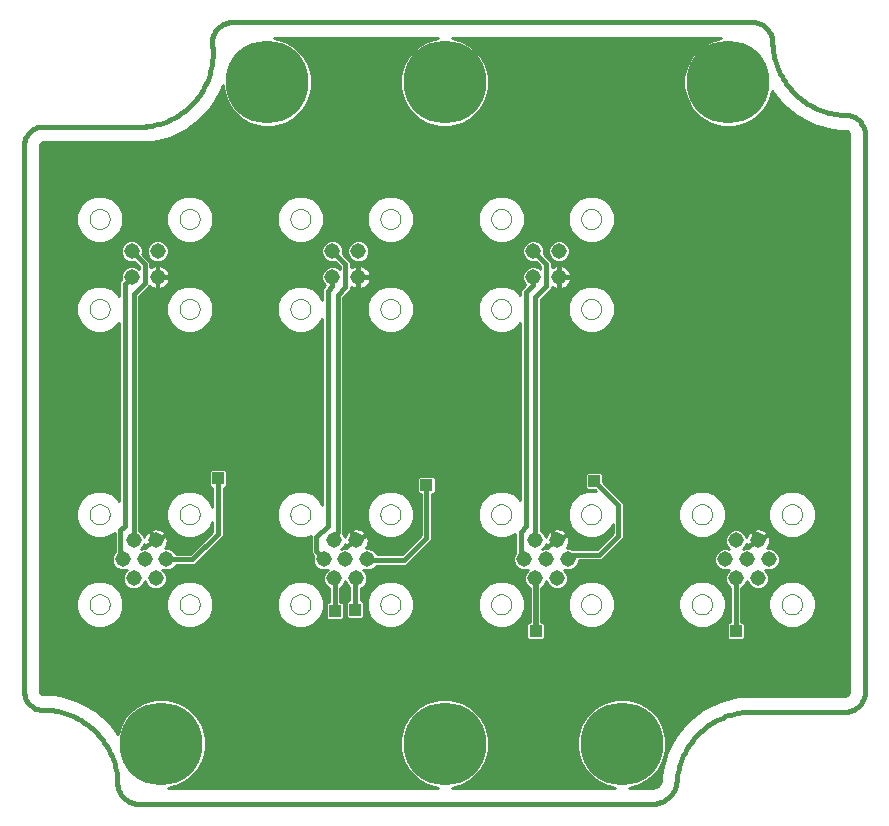
<source format=gtl>
G75*
%MOIN*%
%OFA0B0*%
%FSLAX24Y24*%
%IPPOS*%
%LPD*%
%AMOC8*
5,1,8,0,0,1.08239X$1,22.5*
%
%ADD10C,0.0160*%
%ADD11C,0.0515*%
%ADD12C,0.0000*%
%ADD13C,0.2756*%
%ADD14R,0.0396X0.0396*%
%ADD15C,0.0100*%
D10*
X003309Y000910D02*
X003303Y001010D01*
X003293Y001109D01*
X003278Y001208D01*
X003260Y001306D01*
X003238Y001404D01*
X003212Y001500D01*
X003183Y001595D01*
X003149Y001690D01*
X003112Y001782D01*
X003071Y001873D01*
X003027Y001963D01*
X002979Y002051D01*
X002928Y002136D01*
X002874Y002220D01*
X002816Y002301D01*
X002755Y002380D01*
X002691Y002457D01*
X002624Y002531D01*
X002554Y002602D01*
X002481Y002671D01*
X002406Y002736D01*
X002328Y002799D01*
X002248Y002858D01*
X002165Y002914D01*
X002080Y002967D01*
X001994Y003017D01*
X001905Y003063D01*
X001815Y003105D01*
X001723Y003144D01*
X001629Y003180D01*
X001534Y003211D01*
X001438Y003239D01*
X001342Y003263D01*
X001244Y003283D01*
X001145Y003299D01*
X001046Y003311D01*
X000810Y003311D01*
X000810Y003312D02*
X000761Y003314D01*
X000713Y003320D01*
X000665Y003330D01*
X000618Y003343D01*
X000572Y003360D01*
X000528Y003381D01*
X000486Y003405D01*
X000445Y003433D01*
X000407Y003464D01*
X000372Y003498D01*
X000339Y003534D01*
X000310Y003573D01*
X000283Y003614D01*
X000260Y003657D01*
X000241Y003702D01*
X000225Y003748D01*
X000213Y003796D01*
X000205Y003844D01*
X000201Y003893D01*
X000200Y003942D01*
X000200Y003941D02*
X000200Y022032D01*
X000200Y022052D01*
X000180Y022071D01*
X000199Y022032D02*
X000194Y022081D01*
X000193Y022130D01*
X000196Y022180D01*
X000202Y022229D01*
X000212Y022278D01*
X000226Y022325D01*
X000244Y022372D01*
X000265Y022417D01*
X000290Y022460D01*
X000317Y022501D01*
X000348Y022539D01*
X000382Y022576D01*
X000419Y022609D01*
X000458Y022640D01*
X000499Y022667D01*
X000543Y022691D01*
X000588Y022712D01*
X000634Y022729D01*
X000682Y022742D01*
X000731Y022752D01*
X000780Y022758D01*
X000829Y022760D01*
X000830Y022760D02*
X004156Y022760D01*
X004255Y022760D01*
X004157Y022760D02*
X004254Y022767D01*
X004351Y022778D01*
X004447Y022793D01*
X004543Y022811D01*
X004637Y022833D01*
X004731Y022859D01*
X004824Y022889D01*
X004916Y022922D01*
X005006Y022959D01*
X005094Y023000D01*
X005181Y023044D01*
X005266Y023091D01*
X005349Y023142D01*
X005430Y023196D01*
X005509Y023253D01*
X005586Y023313D01*
X005660Y023376D01*
X005732Y023442D01*
X005800Y023511D01*
X005866Y023583D01*
X005930Y023657D01*
X005990Y023733D01*
X006047Y023812D01*
X006101Y023893D01*
X006151Y023977D01*
X006199Y024062D01*
X006243Y024149D01*
X006283Y024237D01*
X006320Y024327D01*
X006353Y024419D01*
X006383Y024512D01*
X006409Y024605D01*
X006431Y024700D01*
X006449Y024796D01*
X006464Y024892D01*
X006475Y024989D01*
X006482Y025086D01*
X006485Y025183D01*
X006484Y025281D01*
X006479Y025378D01*
X006479Y025359D02*
X006467Y025408D01*
X006458Y025458D01*
X006453Y025508D01*
X006452Y025559D01*
X006454Y025609D01*
X006461Y025660D01*
X006470Y025709D01*
X006484Y025758D01*
X006501Y025806D01*
X006521Y025852D01*
X006545Y025897D01*
X006572Y025940D01*
X006602Y025981D01*
X006634Y026020D01*
X006670Y026056D01*
X006708Y026089D01*
X006749Y026119D01*
X006791Y026147D01*
X006836Y026171D01*
X006882Y026192D01*
X006929Y026210D01*
X006978Y026224D01*
X007028Y026234D01*
X007078Y026241D01*
X007128Y026244D01*
X007089Y026244D02*
X024373Y026244D01*
X024373Y026245D02*
X024424Y026247D01*
X024476Y026246D01*
X024527Y026241D01*
X024577Y026232D01*
X024627Y026219D01*
X024676Y026203D01*
X024724Y026184D01*
X024770Y026161D01*
X024814Y026135D01*
X024857Y026106D01*
X024897Y026074D01*
X024934Y026038D01*
X024970Y026001D01*
X025002Y025961D01*
X025031Y025918D01*
X025057Y025874D01*
X025080Y025828D01*
X025099Y025780D01*
X025115Y025731D01*
X025128Y025681D01*
X025137Y025631D01*
X025142Y025580D01*
X025143Y025528D01*
X025141Y025477D01*
X025141Y025535D02*
X025146Y025439D01*
X025155Y025343D01*
X025168Y025247D01*
X025184Y025152D01*
X025204Y025058D01*
X025228Y024964D01*
X025256Y024872D01*
X025287Y024780D01*
X025322Y024690D01*
X025360Y024602D01*
X025401Y024514D01*
X025446Y024429D01*
X025495Y024345D01*
X025546Y024264D01*
X025601Y024184D01*
X025658Y024107D01*
X025719Y024032D01*
X025782Y023959D01*
X025849Y023889D01*
X025918Y023821D01*
X025989Y023757D01*
X026063Y023695D01*
X026140Y023636D01*
X026219Y023580D01*
X026299Y023527D01*
X026382Y023478D01*
X026467Y023431D01*
X026553Y023388D01*
X026641Y023349D01*
X026731Y023312D01*
X026822Y023280D01*
X026914Y023251D01*
X027007Y023225D01*
X027101Y023203D01*
X027196Y023185D01*
X027291Y023171D01*
X027387Y023160D01*
X027483Y023153D01*
X027503Y023154D02*
X027553Y023155D01*
X027604Y023152D01*
X027654Y023146D01*
X027703Y023136D01*
X027752Y023122D01*
X027800Y023105D01*
X027846Y023085D01*
X027890Y023061D01*
X027933Y023034D01*
X027973Y023003D01*
X028012Y022970D01*
X028047Y022935D01*
X028080Y022896D01*
X028111Y022856D01*
X028138Y022813D01*
X028162Y022769D01*
X028182Y022723D01*
X028199Y022675D01*
X028213Y022626D01*
X028223Y022577D01*
X028229Y022527D01*
X028232Y022476D01*
X028231Y022426D01*
X028231Y022386D02*
X028231Y004000D01*
X028231Y004001D02*
X028233Y003949D01*
X028231Y003898D01*
X028226Y003847D01*
X028216Y003796D01*
X028203Y003747D01*
X028187Y003698D01*
X028167Y003651D01*
X028144Y003605D01*
X028117Y003561D01*
X028087Y003519D01*
X028055Y003479D01*
X028019Y003442D01*
X027981Y003408D01*
X027940Y003376D01*
X027898Y003348D01*
X027853Y003322D01*
X027807Y003300D01*
X027759Y003281D01*
X027710Y003266D01*
X027660Y003255D01*
X027609Y003247D01*
X027558Y003243D01*
X027506Y003242D01*
X027455Y003246D01*
X027404Y003253D01*
X027404Y003252D02*
X024334Y003252D01*
X024236Y003246D01*
X024139Y003236D01*
X024042Y003222D01*
X023946Y003204D01*
X023850Y003182D01*
X023756Y003157D01*
X023662Y003128D01*
X023570Y003096D01*
X023479Y003060D01*
X023390Y003020D01*
X023302Y002977D01*
X023216Y002930D01*
X023132Y002881D01*
X023049Y002828D01*
X022969Y002771D01*
X022892Y002712D01*
X022816Y002650D01*
X022743Y002584D01*
X022673Y002516D01*
X022605Y002446D01*
X022540Y002372D01*
X022479Y002297D01*
X022420Y002219D01*
X022364Y002138D01*
X022311Y002056D01*
X022262Y001971D01*
X022216Y001885D01*
X022173Y001797D01*
X022134Y001707D01*
X022099Y001616D01*
X022066Y001524D01*
X022038Y001430D01*
X022013Y001336D01*
X021992Y001240D01*
X021975Y001144D01*
X021962Y001047D01*
X021952Y000949D01*
X021952Y000989D02*
X021949Y000933D01*
X021943Y000879D01*
X021933Y000824D01*
X021920Y000771D01*
X021903Y000719D01*
X021882Y000667D01*
X021858Y000618D01*
X021831Y000570D01*
X021801Y000524D01*
X021767Y000480D01*
X021731Y000438D01*
X021692Y000400D01*
X021650Y000363D01*
X021606Y000330D01*
X021560Y000300D01*
X021512Y000273D01*
X021462Y000249D01*
X021411Y000228D01*
X021359Y000211D01*
X021305Y000198D01*
X021251Y000188D01*
X021196Y000182D01*
X021141Y000180D01*
X021086Y000181D01*
X021125Y000181D01*
X021086Y000181D02*
X003979Y000181D01*
X003959Y000181D02*
X003907Y000187D01*
X003856Y000197D01*
X003806Y000211D01*
X003756Y000228D01*
X003708Y000249D01*
X003662Y000273D01*
X003618Y000301D01*
X003576Y000332D01*
X003536Y000366D01*
X003499Y000403D01*
X003464Y000442D01*
X003433Y000484D01*
X003405Y000529D01*
X003380Y000575D01*
X003359Y000622D01*
X003341Y000672D01*
X003327Y000722D01*
X003317Y000773D01*
X003311Y000825D01*
X003308Y000877D01*
X003309Y000930D01*
X010554Y006618D02*
X010554Y007690D01*
X010544Y007700D01*
X011223Y007651D02*
X011272Y007700D01*
X011223Y007651D02*
X011223Y006658D01*
X011656Y008311D02*
X011637Y008331D01*
X011656Y008311D02*
X012857Y008311D01*
X013605Y009059D01*
X013605Y010811D01*
X010652Y009237D02*
X010652Y017150D01*
X010908Y017406D01*
X010908Y018174D01*
X010477Y018605D01*
X010477Y017742D02*
X010477Y017447D01*
X010318Y017288D01*
X010318Y009453D01*
X009944Y009079D01*
X009944Y008626D01*
X010180Y008390D01*
X010180Y008331D01*
X010544Y008962D02*
X010544Y009128D01*
X010652Y009237D01*
X006656Y009177D02*
X006656Y011028D01*
X006656Y009177D02*
X005810Y008331D01*
X004944Y008331D01*
X003851Y008962D02*
X003851Y017179D01*
X004215Y017544D01*
X004215Y018174D01*
X003784Y018605D01*
X004647Y018605D02*
X004709Y018605D01*
X003784Y017742D02*
X003566Y017524D01*
X003566Y009453D01*
X003408Y009296D01*
X003408Y008410D01*
X003487Y008331D01*
X003686Y017742D02*
X003784Y017742D01*
X016755Y009256D02*
X016755Y008449D01*
X016873Y008331D01*
X016873Y008469D01*
X017237Y008962D02*
X017237Y017081D01*
X017601Y017445D01*
X017601Y018174D01*
X017170Y018605D01*
X017170Y017742D02*
X017170Y017486D01*
X016932Y017248D01*
X016932Y009433D01*
X016755Y009256D01*
X017237Y007700D02*
X017237Y005959D01*
X017247Y005949D01*
X017247Y007690D01*
X017237Y007700D01*
X018330Y008331D02*
X018349Y008331D01*
X018507Y008489D01*
X019373Y008489D01*
X020003Y009118D01*
X020003Y010142D01*
X019196Y010949D01*
X023920Y007690D02*
X023930Y007700D01*
X023920Y007690D02*
X023920Y005949D01*
X017965Y017675D02*
X018033Y017742D01*
D11*
X018033Y017742D03*
X018033Y018605D03*
X017170Y018605D03*
X017170Y017742D03*
X011340Y017742D03*
X011340Y018605D03*
X010477Y018605D03*
X010477Y017742D03*
X004647Y017742D03*
X004647Y018605D03*
X003784Y018605D03*
X003784Y017742D03*
X003851Y008962D03*
X003487Y008331D03*
X003851Y007700D03*
X004215Y008331D03*
X004580Y007700D03*
X004944Y008331D03*
X004580Y008962D03*
X010180Y008331D03*
X010544Y007700D03*
X011272Y007700D03*
X010908Y008331D03*
X010544Y008962D03*
X011272Y008962D03*
X011637Y008331D03*
X016873Y008331D03*
X017601Y008331D03*
X017237Y007700D03*
X017965Y007700D03*
X018330Y008331D03*
X017965Y008962D03*
X017237Y008962D03*
X023566Y008331D03*
X023930Y007700D03*
X024658Y007700D03*
X024294Y008331D03*
X023930Y008962D03*
X024658Y008962D03*
X025022Y008331D03*
D12*
X025459Y006831D02*
X025461Y006867D01*
X025467Y006903D01*
X025477Y006938D01*
X025490Y006972D01*
X025507Y007004D01*
X025527Y007034D01*
X025551Y007061D01*
X025577Y007086D01*
X025606Y007108D01*
X025637Y007127D01*
X025670Y007142D01*
X025704Y007154D01*
X025740Y007162D01*
X025776Y007166D01*
X025812Y007166D01*
X025848Y007162D01*
X025884Y007154D01*
X025918Y007142D01*
X025951Y007127D01*
X025982Y007108D01*
X026011Y007086D01*
X026037Y007061D01*
X026061Y007034D01*
X026081Y007004D01*
X026098Y006972D01*
X026111Y006938D01*
X026121Y006903D01*
X026127Y006867D01*
X026129Y006831D01*
X026127Y006795D01*
X026121Y006759D01*
X026111Y006724D01*
X026098Y006690D01*
X026081Y006658D01*
X026061Y006628D01*
X026037Y006601D01*
X026011Y006576D01*
X025982Y006554D01*
X025951Y006535D01*
X025918Y006520D01*
X025884Y006508D01*
X025848Y006500D01*
X025812Y006496D01*
X025776Y006496D01*
X025740Y006500D01*
X025704Y006508D01*
X025670Y006520D01*
X025637Y006535D01*
X025606Y006554D01*
X025577Y006576D01*
X025551Y006601D01*
X025527Y006628D01*
X025507Y006658D01*
X025490Y006690D01*
X025477Y006724D01*
X025467Y006759D01*
X025461Y006795D01*
X025459Y006831D01*
X022459Y006831D02*
X022461Y006867D01*
X022467Y006903D01*
X022477Y006938D01*
X022490Y006972D01*
X022507Y007004D01*
X022527Y007034D01*
X022551Y007061D01*
X022577Y007086D01*
X022606Y007108D01*
X022637Y007127D01*
X022670Y007142D01*
X022704Y007154D01*
X022740Y007162D01*
X022776Y007166D01*
X022812Y007166D01*
X022848Y007162D01*
X022884Y007154D01*
X022918Y007142D01*
X022951Y007127D01*
X022982Y007108D01*
X023011Y007086D01*
X023037Y007061D01*
X023061Y007034D01*
X023081Y007004D01*
X023098Y006972D01*
X023111Y006938D01*
X023121Y006903D01*
X023127Y006867D01*
X023129Y006831D01*
X023127Y006795D01*
X023121Y006759D01*
X023111Y006724D01*
X023098Y006690D01*
X023081Y006658D01*
X023061Y006628D01*
X023037Y006601D01*
X023011Y006576D01*
X022982Y006554D01*
X022951Y006535D01*
X022918Y006520D01*
X022884Y006508D01*
X022848Y006500D01*
X022812Y006496D01*
X022776Y006496D01*
X022740Y006500D01*
X022704Y006508D01*
X022670Y006520D01*
X022637Y006535D01*
X022606Y006554D01*
X022577Y006576D01*
X022551Y006601D01*
X022527Y006628D01*
X022507Y006658D01*
X022490Y006690D01*
X022477Y006724D01*
X022467Y006759D01*
X022461Y006795D01*
X022459Y006831D01*
X022459Y009831D02*
X022461Y009867D01*
X022467Y009903D01*
X022477Y009938D01*
X022490Y009972D01*
X022507Y010004D01*
X022527Y010034D01*
X022551Y010061D01*
X022577Y010086D01*
X022606Y010108D01*
X022637Y010127D01*
X022670Y010142D01*
X022704Y010154D01*
X022740Y010162D01*
X022776Y010166D01*
X022812Y010166D01*
X022848Y010162D01*
X022884Y010154D01*
X022918Y010142D01*
X022951Y010127D01*
X022982Y010108D01*
X023011Y010086D01*
X023037Y010061D01*
X023061Y010034D01*
X023081Y010004D01*
X023098Y009972D01*
X023111Y009938D01*
X023121Y009903D01*
X023127Y009867D01*
X023129Y009831D01*
X023127Y009795D01*
X023121Y009759D01*
X023111Y009724D01*
X023098Y009690D01*
X023081Y009658D01*
X023061Y009628D01*
X023037Y009601D01*
X023011Y009576D01*
X022982Y009554D01*
X022951Y009535D01*
X022918Y009520D01*
X022884Y009508D01*
X022848Y009500D01*
X022812Y009496D01*
X022776Y009496D01*
X022740Y009500D01*
X022704Y009508D01*
X022670Y009520D01*
X022637Y009535D01*
X022606Y009554D01*
X022577Y009576D01*
X022551Y009601D01*
X022527Y009628D01*
X022507Y009658D01*
X022490Y009690D01*
X022477Y009724D01*
X022467Y009759D01*
X022461Y009795D01*
X022459Y009831D01*
X025459Y009831D02*
X025461Y009867D01*
X025467Y009903D01*
X025477Y009938D01*
X025490Y009972D01*
X025507Y010004D01*
X025527Y010034D01*
X025551Y010061D01*
X025577Y010086D01*
X025606Y010108D01*
X025637Y010127D01*
X025670Y010142D01*
X025704Y010154D01*
X025740Y010162D01*
X025776Y010166D01*
X025812Y010166D01*
X025848Y010162D01*
X025884Y010154D01*
X025918Y010142D01*
X025951Y010127D01*
X025982Y010108D01*
X026011Y010086D01*
X026037Y010061D01*
X026061Y010034D01*
X026081Y010004D01*
X026098Y009972D01*
X026111Y009938D01*
X026121Y009903D01*
X026127Y009867D01*
X026129Y009831D01*
X026127Y009795D01*
X026121Y009759D01*
X026111Y009724D01*
X026098Y009690D01*
X026081Y009658D01*
X026061Y009628D01*
X026037Y009601D01*
X026011Y009576D01*
X025982Y009554D01*
X025951Y009535D01*
X025918Y009520D01*
X025884Y009508D01*
X025848Y009500D01*
X025812Y009496D01*
X025776Y009496D01*
X025740Y009500D01*
X025704Y009508D01*
X025670Y009520D01*
X025637Y009535D01*
X025606Y009554D01*
X025577Y009576D01*
X025551Y009601D01*
X025527Y009628D01*
X025507Y009658D01*
X025490Y009690D01*
X025477Y009724D01*
X025467Y009759D01*
X025461Y009795D01*
X025459Y009831D01*
X018766Y009831D02*
X018768Y009867D01*
X018774Y009903D01*
X018784Y009938D01*
X018797Y009972D01*
X018814Y010004D01*
X018834Y010034D01*
X018858Y010061D01*
X018884Y010086D01*
X018913Y010108D01*
X018944Y010127D01*
X018977Y010142D01*
X019011Y010154D01*
X019047Y010162D01*
X019083Y010166D01*
X019119Y010166D01*
X019155Y010162D01*
X019191Y010154D01*
X019225Y010142D01*
X019258Y010127D01*
X019289Y010108D01*
X019318Y010086D01*
X019344Y010061D01*
X019368Y010034D01*
X019388Y010004D01*
X019405Y009972D01*
X019418Y009938D01*
X019428Y009903D01*
X019434Y009867D01*
X019436Y009831D01*
X019434Y009795D01*
X019428Y009759D01*
X019418Y009724D01*
X019405Y009690D01*
X019388Y009658D01*
X019368Y009628D01*
X019344Y009601D01*
X019318Y009576D01*
X019289Y009554D01*
X019258Y009535D01*
X019225Y009520D01*
X019191Y009508D01*
X019155Y009500D01*
X019119Y009496D01*
X019083Y009496D01*
X019047Y009500D01*
X019011Y009508D01*
X018977Y009520D01*
X018944Y009535D01*
X018913Y009554D01*
X018884Y009576D01*
X018858Y009601D01*
X018834Y009628D01*
X018814Y009658D01*
X018797Y009690D01*
X018784Y009724D01*
X018774Y009759D01*
X018768Y009795D01*
X018766Y009831D01*
X015766Y009831D02*
X015768Y009867D01*
X015774Y009903D01*
X015784Y009938D01*
X015797Y009972D01*
X015814Y010004D01*
X015834Y010034D01*
X015858Y010061D01*
X015884Y010086D01*
X015913Y010108D01*
X015944Y010127D01*
X015977Y010142D01*
X016011Y010154D01*
X016047Y010162D01*
X016083Y010166D01*
X016119Y010166D01*
X016155Y010162D01*
X016191Y010154D01*
X016225Y010142D01*
X016258Y010127D01*
X016289Y010108D01*
X016318Y010086D01*
X016344Y010061D01*
X016368Y010034D01*
X016388Y010004D01*
X016405Y009972D01*
X016418Y009938D01*
X016428Y009903D01*
X016434Y009867D01*
X016436Y009831D01*
X016434Y009795D01*
X016428Y009759D01*
X016418Y009724D01*
X016405Y009690D01*
X016388Y009658D01*
X016368Y009628D01*
X016344Y009601D01*
X016318Y009576D01*
X016289Y009554D01*
X016258Y009535D01*
X016225Y009520D01*
X016191Y009508D01*
X016155Y009500D01*
X016119Y009496D01*
X016083Y009496D01*
X016047Y009500D01*
X016011Y009508D01*
X015977Y009520D01*
X015944Y009535D01*
X015913Y009554D01*
X015884Y009576D01*
X015858Y009601D01*
X015834Y009628D01*
X015814Y009658D01*
X015797Y009690D01*
X015784Y009724D01*
X015774Y009759D01*
X015768Y009795D01*
X015766Y009831D01*
X015766Y006831D02*
X015768Y006867D01*
X015774Y006903D01*
X015784Y006938D01*
X015797Y006972D01*
X015814Y007004D01*
X015834Y007034D01*
X015858Y007061D01*
X015884Y007086D01*
X015913Y007108D01*
X015944Y007127D01*
X015977Y007142D01*
X016011Y007154D01*
X016047Y007162D01*
X016083Y007166D01*
X016119Y007166D01*
X016155Y007162D01*
X016191Y007154D01*
X016225Y007142D01*
X016258Y007127D01*
X016289Y007108D01*
X016318Y007086D01*
X016344Y007061D01*
X016368Y007034D01*
X016388Y007004D01*
X016405Y006972D01*
X016418Y006938D01*
X016428Y006903D01*
X016434Y006867D01*
X016436Y006831D01*
X016434Y006795D01*
X016428Y006759D01*
X016418Y006724D01*
X016405Y006690D01*
X016388Y006658D01*
X016368Y006628D01*
X016344Y006601D01*
X016318Y006576D01*
X016289Y006554D01*
X016258Y006535D01*
X016225Y006520D01*
X016191Y006508D01*
X016155Y006500D01*
X016119Y006496D01*
X016083Y006496D01*
X016047Y006500D01*
X016011Y006508D01*
X015977Y006520D01*
X015944Y006535D01*
X015913Y006554D01*
X015884Y006576D01*
X015858Y006601D01*
X015834Y006628D01*
X015814Y006658D01*
X015797Y006690D01*
X015784Y006724D01*
X015774Y006759D01*
X015768Y006795D01*
X015766Y006831D01*
X018766Y006831D02*
X018768Y006867D01*
X018774Y006903D01*
X018784Y006938D01*
X018797Y006972D01*
X018814Y007004D01*
X018834Y007034D01*
X018858Y007061D01*
X018884Y007086D01*
X018913Y007108D01*
X018944Y007127D01*
X018977Y007142D01*
X019011Y007154D01*
X019047Y007162D01*
X019083Y007166D01*
X019119Y007166D01*
X019155Y007162D01*
X019191Y007154D01*
X019225Y007142D01*
X019258Y007127D01*
X019289Y007108D01*
X019318Y007086D01*
X019344Y007061D01*
X019368Y007034D01*
X019388Y007004D01*
X019405Y006972D01*
X019418Y006938D01*
X019428Y006903D01*
X019434Y006867D01*
X019436Y006831D01*
X019434Y006795D01*
X019428Y006759D01*
X019418Y006724D01*
X019405Y006690D01*
X019388Y006658D01*
X019368Y006628D01*
X019344Y006601D01*
X019318Y006576D01*
X019289Y006554D01*
X019258Y006535D01*
X019225Y006520D01*
X019191Y006508D01*
X019155Y006500D01*
X019119Y006496D01*
X019083Y006496D01*
X019047Y006500D01*
X019011Y006508D01*
X018977Y006520D01*
X018944Y006535D01*
X018913Y006554D01*
X018884Y006576D01*
X018858Y006601D01*
X018834Y006628D01*
X018814Y006658D01*
X018797Y006690D01*
X018784Y006724D01*
X018774Y006759D01*
X018768Y006795D01*
X018766Y006831D01*
X012073Y006831D02*
X012075Y006867D01*
X012081Y006903D01*
X012091Y006938D01*
X012104Y006972D01*
X012121Y007004D01*
X012141Y007034D01*
X012165Y007061D01*
X012191Y007086D01*
X012220Y007108D01*
X012251Y007127D01*
X012284Y007142D01*
X012318Y007154D01*
X012354Y007162D01*
X012390Y007166D01*
X012426Y007166D01*
X012462Y007162D01*
X012498Y007154D01*
X012532Y007142D01*
X012565Y007127D01*
X012596Y007108D01*
X012625Y007086D01*
X012651Y007061D01*
X012675Y007034D01*
X012695Y007004D01*
X012712Y006972D01*
X012725Y006938D01*
X012735Y006903D01*
X012741Y006867D01*
X012743Y006831D01*
X012741Y006795D01*
X012735Y006759D01*
X012725Y006724D01*
X012712Y006690D01*
X012695Y006658D01*
X012675Y006628D01*
X012651Y006601D01*
X012625Y006576D01*
X012596Y006554D01*
X012565Y006535D01*
X012532Y006520D01*
X012498Y006508D01*
X012462Y006500D01*
X012426Y006496D01*
X012390Y006496D01*
X012354Y006500D01*
X012318Y006508D01*
X012284Y006520D01*
X012251Y006535D01*
X012220Y006554D01*
X012191Y006576D01*
X012165Y006601D01*
X012141Y006628D01*
X012121Y006658D01*
X012104Y006690D01*
X012091Y006724D01*
X012081Y006759D01*
X012075Y006795D01*
X012073Y006831D01*
X009073Y006831D02*
X009075Y006867D01*
X009081Y006903D01*
X009091Y006938D01*
X009104Y006972D01*
X009121Y007004D01*
X009141Y007034D01*
X009165Y007061D01*
X009191Y007086D01*
X009220Y007108D01*
X009251Y007127D01*
X009284Y007142D01*
X009318Y007154D01*
X009354Y007162D01*
X009390Y007166D01*
X009426Y007166D01*
X009462Y007162D01*
X009498Y007154D01*
X009532Y007142D01*
X009565Y007127D01*
X009596Y007108D01*
X009625Y007086D01*
X009651Y007061D01*
X009675Y007034D01*
X009695Y007004D01*
X009712Y006972D01*
X009725Y006938D01*
X009735Y006903D01*
X009741Y006867D01*
X009743Y006831D01*
X009741Y006795D01*
X009735Y006759D01*
X009725Y006724D01*
X009712Y006690D01*
X009695Y006658D01*
X009675Y006628D01*
X009651Y006601D01*
X009625Y006576D01*
X009596Y006554D01*
X009565Y006535D01*
X009532Y006520D01*
X009498Y006508D01*
X009462Y006500D01*
X009426Y006496D01*
X009390Y006496D01*
X009354Y006500D01*
X009318Y006508D01*
X009284Y006520D01*
X009251Y006535D01*
X009220Y006554D01*
X009191Y006576D01*
X009165Y006601D01*
X009141Y006628D01*
X009121Y006658D01*
X009104Y006690D01*
X009091Y006724D01*
X009081Y006759D01*
X009075Y006795D01*
X009073Y006831D01*
X005380Y006831D02*
X005382Y006867D01*
X005388Y006903D01*
X005398Y006938D01*
X005411Y006972D01*
X005428Y007004D01*
X005448Y007034D01*
X005472Y007061D01*
X005498Y007086D01*
X005527Y007108D01*
X005558Y007127D01*
X005591Y007142D01*
X005625Y007154D01*
X005661Y007162D01*
X005697Y007166D01*
X005733Y007166D01*
X005769Y007162D01*
X005805Y007154D01*
X005839Y007142D01*
X005872Y007127D01*
X005903Y007108D01*
X005932Y007086D01*
X005958Y007061D01*
X005982Y007034D01*
X006002Y007004D01*
X006019Y006972D01*
X006032Y006938D01*
X006042Y006903D01*
X006048Y006867D01*
X006050Y006831D01*
X006048Y006795D01*
X006042Y006759D01*
X006032Y006724D01*
X006019Y006690D01*
X006002Y006658D01*
X005982Y006628D01*
X005958Y006601D01*
X005932Y006576D01*
X005903Y006554D01*
X005872Y006535D01*
X005839Y006520D01*
X005805Y006508D01*
X005769Y006500D01*
X005733Y006496D01*
X005697Y006496D01*
X005661Y006500D01*
X005625Y006508D01*
X005591Y006520D01*
X005558Y006535D01*
X005527Y006554D01*
X005498Y006576D01*
X005472Y006601D01*
X005448Y006628D01*
X005428Y006658D01*
X005411Y006690D01*
X005398Y006724D01*
X005388Y006759D01*
X005382Y006795D01*
X005380Y006831D01*
X002380Y006831D02*
X002382Y006867D01*
X002388Y006903D01*
X002398Y006938D01*
X002411Y006972D01*
X002428Y007004D01*
X002448Y007034D01*
X002472Y007061D01*
X002498Y007086D01*
X002527Y007108D01*
X002558Y007127D01*
X002591Y007142D01*
X002625Y007154D01*
X002661Y007162D01*
X002697Y007166D01*
X002733Y007166D01*
X002769Y007162D01*
X002805Y007154D01*
X002839Y007142D01*
X002872Y007127D01*
X002903Y007108D01*
X002932Y007086D01*
X002958Y007061D01*
X002982Y007034D01*
X003002Y007004D01*
X003019Y006972D01*
X003032Y006938D01*
X003042Y006903D01*
X003048Y006867D01*
X003050Y006831D01*
X003048Y006795D01*
X003042Y006759D01*
X003032Y006724D01*
X003019Y006690D01*
X003002Y006658D01*
X002982Y006628D01*
X002958Y006601D01*
X002932Y006576D01*
X002903Y006554D01*
X002872Y006535D01*
X002839Y006520D01*
X002805Y006508D01*
X002769Y006500D01*
X002733Y006496D01*
X002697Y006496D01*
X002661Y006500D01*
X002625Y006508D01*
X002591Y006520D01*
X002558Y006535D01*
X002527Y006554D01*
X002498Y006576D01*
X002472Y006601D01*
X002448Y006628D01*
X002428Y006658D01*
X002411Y006690D01*
X002398Y006724D01*
X002388Y006759D01*
X002382Y006795D01*
X002380Y006831D01*
X002380Y009831D02*
X002382Y009867D01*
X002388Y009903D01*
X002398Y009938D01*
X002411Y009972D01*
X002428Y010004D01*
X002448Y010034D01*
X002472Y010061D01*
X002498Y010086D01*
X002527Y010108D01*
X002558Y010127D01*
X002591Y010142D01*
X002625Y010154D01*
X002661Y010162D01*
X002697Y010166D01*
X002733Y010166D01*
X002769Y010162D01*
X002805Y010154D01*
X002839Y010142D01*
X002872Y010127D01*
X002903Y010108D01*
X002932Y010086D01*
X002958Y010061D01*
X002982Y010034D01*
X003002Y010004D01*
X003019Y009972D01*
X003032Y009938D01*
X003042Y009903D01*
X003048Y009867D01*
X003050Y009831D01*
X003048Y009795D01*
X003042Y009759D01*
X003032Y009724D01*
X003019Y009690D01*
X003002Y009658D01*
X002982Y009628D01*
X002958Y009601D01*
X002932Y009576D01*
X002903Y009554D01*
X002872Y009535D01*
X002839Y009520D01*
X002805Y009508D01*
X002769Y009500D01*
X002733Y009496D01*
X002697Y009496D01*
X002661Y009500D01*
X002625Y009508D01*
X002591Y009520D01*
X002558Y009535D01*
X002527Y009554D01*
X002498Y009576D01*
X002472Y009601D01*
X002448Y009628D01*
X002428Y009658D01*
X002411Y009690D01*
X002398Y009724D01*
X002388Y009759D01*
X002382Y009795D01*
X002380Y009831D01*
X005380Y009831D02*
X005382Y009867D01*
X005388Y009903D01*
X005398Y009938D01*
X005411Y009972D01*
X005428Y010004D01*
X005448Y010034D01*
X005472Y010061D01*
X005498Y010086D01*
X005527Y010108D01*
X005558Y010127D01*
X005591Y010142D01*
X005625Y010154D01*
X005661Y010162D01*
X005697Y010166D01*
X005733Y010166D01*
X005769Y010162D01*
X005805Y010154D01*
X005839Y010142D01*
X005872Y010127D01*
X005903Y010108D01*
X005932Y010086D01*
X005958Y010061D01*
X005982Y010034D01*
X006002Y010004D01*
X006019Y009972D01*
X006032Y009938D01*
X006042Y009903D01*
X006048Y009867D01*
X006050Y009831D01*
X006048Y009795D01*
X006042Y009759D01*
X006032Y009724D01*
X006019Y009690D01*
X006002Y009658D01*
X005982Y009628D01*
X005958Y009601D01*
X005932Y009576D01*
X005903Y009554D01*
X005872Y009535D01*
X005839Y009520D01*
X005805Y009508D01*
X005769Y009500D01*
X005733Y009496D01*
X005697Y009496D01*
X005661Y009500D01*
X005625Y009508D01*
X005591Y009520D01*
X005558Y009535D01*
X005527Y009554D01*
X005498Y009576D01*
X005472Y009601D01*
X005448Y009628D01*
X005428Y009658D01*
X005411Y009690D01*
X005398Y009724D01*
X005388Y009759D01*
X005382Y009795D01*
X005380Y009831D01*
X009073Y009831D02*
X009075Y009867D01*
X009081Y009903D01*
X009091Y009938D01*
X009104Y009972D01*
X009121Y010004D01*
X009141Y010034D01*
X009165Y010061D01*
X009191Y010086D01*
X009220Y010108D01*
X009251Y010127D01*
X009284Y010142D01*
X009318Y010154D01*
X009354Y010162D01*
X009390Y010166D01*
X009426Y010166D01*
X009462Y010162D01*
X009498Y010154D01*
X009532Y010142D01*
X009565Y010127D01*
X009596Y010108D01*
X009625Y010086D01*
X009651Y010061D01*
X009675Y010034D01*
X009695Y010004D01*
X009712Y009972D01*
X009725Y009938D01*
X009735Y009903D01*
X009741Y009867D01*
X009743Y009831D01*
X009741Y009795D01*
X009735Y009759D01*
X009725Y009724D01*
X009712Y009690D01*
X009695Y009658D01*
X009675Y009628D01*
X009651Y009601D01*
X009625Y009576D01*
X009596Y009554D01*
X009565Y009535D01*
X009532Y009520D01*
X009498Y009508D01*
X009462Y009500D01*
X009426Y009496D01*
X009390Y009496D01*
X009354Y009500D01*
X009318Y009508D01*
X009284Y009520D01*
X009251Y009535D01*
X009220Y009554D01*
X009191Y009576D01*
X009165Y009601D01*
X009141Y009628D01*
X009121Y009658D01*
X009104Y009690D01*
X009091Y009724D01*
X009081Y009759D01*
X009075Y009795D01*
X009073Y009831D01*
X012073Y009831D02*
X012075Y009867D01*
X012081Y009903D01*
X012091Y009938D01*
X012104Y009972D01*
X012121Y010004D01*
X012141Y010034D01*
X012165Y010061D01*
X012191Y010086D01*
X012220Y010108D01*
X012251Y010127D01*
X012284Y010142D01*
X012318Y010154D01*
X012354Y010162D01*
X012390Y010166D01*
X012426Y010166D01*
X012462Y010162D01*
X012498Y010154D01*
X012532Y010142D01*
X012565Y010127D01*
X012596Y010108D01*
X012625Y010086D01*
X012651Y010061D01*
X012675Y010034D01*
X012695Y010004D01*
X012712Y009972D01*
X012725Y009938D01*
X012735Y009903D01*
X012741Y009867D01*
X012743Y009831D01*
X012741Y009795D01*
X012735Y009759D01*
X012725Y009724D01*
X012712Y009690D01*
X012695Y009658D01*
X012675Y009628D01*
X012651Y009601D01*
X012625Y009576D01*
X012596Y009554D01*
X012565Y009535D01*
X012532Y009520D01*
X012498Y009508D01*
X012462Y009500D01*
X012426Y009496D01*
X012390Y009496D01*
X012354Y009500D01*
X012318Y009508D01*
X012284Y009520D01*
X012251Y009535D01*
X012220Y009554D01*
X012191Y009576D01*
X012165Y009601D01*
X012141Y009628D01*
X012121Y009658D01*
X012104Y009690D01*
X012091Y009724D01*
X012081Y009759D01*
X012075Y009795D01*
X012073Y009831D01*
X012073Y016674D02*
X012075Y016710D01*
X012081Y016746D01*
X012091Y016781D01*
X012104Y016815D01*
X012121Y016847D01*
X012141Y016877D01*
X012165Y016904D01*
X012191Y016929D01*
X012220Y016951D01*
X012251Y016970D01*
X012284Y016985D01*
X012318Y016997D01*
X012354Y017005D01*
X012390Y017009D01*
X012426Y017009D01*
X012462Y017005D01*
X012498Y016997D01*
X012532Y016985D01*
X012565Y016970D01*
X012596Y016951D01*
X012625Y016929D01*
X012651Y016904D01*
X012675Y016877D01*
X012695Y016847D01*
X012712Y016815D01*
X012725Y016781D01*
X012735Y016746D01*
X012741Y016710D01*
X012743Y016674D01*
X012741Y016638D01*
X012735Y016602D01*
X012725Y016567D01*
X012712Y016533D01*
X012695Y016501D01*
X012675Y016471D01*
X012651Y016444D01*
X012625Y016419D01*
X012596Y016397D01*
X012565Y016378D01*
X012532Y016363D01*
X012498Y016351D01*
X012462Y016343D01*
X012426Y016339D01*
X012390Y016339D01*
X012354Y016343D01*
X012318Y016351D01*
X012284Y016363D01*
X012251Y016378D01*
X012220Y016397D01*
X012191Y016419D01*
X012165Y016444D01*
X012141Y016471D01*
X012121Y016501D01*
X012104Y016533D01*
X012091Y016567D01*
X012081Y016602D01*
X012075Y016638D01*
X012073Y016674D01*
X009073Y016674D02*
X009075Y016710D01*
X009081Y016746D01*
X009091Y016781D01*
X009104Y016815D01*
X009121Y016847D01*
X009141Y016877D01*
X009165Y016904D01*
X009191Y016929D01*
X009220Y016951D01*
X009251Y016970D01*
X009284Y016985D01*
X009318Y016997D01*
X009354Y017005D01*
X009390Y017009D01*
X009426Y017009D01*
X009462Y017005D01*
X009498Y016997D01*
X009532Y016985D01*
X009565Y016970D01*
X009596Y016951D01*
X009625Y016929D01*
X009651Y016904D01*
X009675Y016877D01*
X009695Y016847D01*
X009712Y016815D01*
X009725Y016781D01*
X009735Y016746D01*
X009741Y016710D01*
X009743Y016674D01*
X009741Y016638D01*
X009735Y016602D01*
X009725Y016567D01*
X009712Y016533D01*
X009695Y016501D01*
X009675Y016471D01*
X009651Y016444D01*
X009625Y016419D01*
X009596Y016397D01*
X009565Y016378D01*
X009532Y016363D01*
X009498Y016351D01*
X009462Y016343D01*
X009426Y016339D01*
X009390Y016339D01*
X009354Y016343D01*
X009318Y016351D01*
X009284Y016363D01*
X009251Y016378D01*
X009220Y016397D01*
X009191Y016419D01*
X009165Y016444D01*
X009141Y016471D01*
X009121Y016501D01*
X009104Y016533D01*
X009091Y016567D01*
X009081Y016602D01*
X009075Y016638D01*
X009073Y016674D01*
X009073Y019674D02*
X009075Y019710D01*
X009081Y019746D01*
X009091Y019781D01*
X009104Y019815D01*
X009121Y019847D01*
X009141Y019877D01*
X009165Y019904D01*
X009191Y019929D01*
X009220Y019951D01*
X009251Y019970D01*
X009284Y019985D01*
X009318Y019997D01*
X009354Y020005D01*
X009390Y020009D01*
X009426Y020009D01*
X009462Y020005D01*
X009498Y019997D01*
X009532Y019985D01*
X009565Y019970D01*
X009596Y019951D01*
X009625Y019929D01*
X009651Y019904D01*
X009675Y019877D01*
X009695Y019847D01*
X009712Y019815D01*
X009725Y019781D01*
X009735Y019746D01*
X009741Y019710D01*
X009743Y019674D01*
X009741Y019638D01*
X009735Y019602D01*
X009725Y019567D01*
X009712Y019533D01*
X009695Y019501D01*
X009675Y019471D01*
X009651Y019444D01*
X009625Y019419D01*
X009596Y019397D01*
X009565Y019378D01*
X009532Y019363D01*
X009498Y019351D01*
X009462Y019343D01*
X009426Y019339D01*
X009390Y019339D01*
X009354Y019343D01*
X009318Y019351D01*
X009284Y019363D01*
X009251Y019378D01*
X009220Y019397D01*
X009191Y019419D01*
X009165Y019444D01*
X009141Y019471D01*
X009121Y019501D01*
X009104Y019533D01*
X009091Y019567D01*
X009081Y019602D01*
X009075Y019638D01*
X009073Y019674D01*
X005380Y019674D02*
X005382Y019710D01*
X005388Y019746D01*
X005398Y019781D01*
X005411Y019815D01*
X005428Y019847D01*
X005448Y019877D01*
X005472Y019904D01*
X005498Y019929D01*
X005527Y019951D01*
X005558Y019970D01*
X005591Y019985D01*
X005625Y019997D01*
X005661Y020005D01*
X005697Y020009D01*
X005733Y020009D01*
X005769Y020005D01*
X005805Y019997D01*
X005839Y019985D01*
X005872Y019970D01*
X005903Y019951D01*
X005932Y019929D01*
X005958Y019904D01*
X005982Y019877D01*
X006002Y019847D01*
X006019Y019815D01*
X006032Y019781D01*
X006042Y019746D01*
X006048Y019710D01*
X006050Y019674D01*
X006048Y019638D01*
X006042Y019602D01*
X006032Y019567D01*
X006019Y019533D01*
X006002Y019501D01*
X005982Y019471D01*
X005958Y019444D01*
X005932Y019419D01*
X005903Y019397D01*
X005872Y019378D01*
X005839Y019363D01*
X005805Y019351D01*
X005769Y019343D01*
X005733Y019339D01*
X005697Y019339D01*
X005661Y019343D01*
X005625Y019351D01*
X005591Y019363D01*
X005558Y019378D01*
X005527Y019397D01*
X005498Y019419D01*
X005472Y019444D01*
X005448Y019471D01*
X005428Y019501D01*
X005411Y019533D01*
X005398Y019567D01*
X005388Y019602D01*
X005382Y019638D01*
X005380Y019674D01*
X002380Y019674D02*
X002382Y019710D01*
X002388Y019746D01*
X002398Y019781D01*
X002411Y019815D01*
X002428Y019847D01*
X002448Y019877D01*
X002472Y019904D01*
X002498Y019929D01*
X002527Y019951D01*
X002558Y019970D01*
X002591Y019985D01*
X002625Y019997D01*
X002661Y020005D01*
X002697Y020009D01*
X002733Y020009D01*
X002769Y020005D01*
X002805Y019997D01*
X002839Y019985D01*
X002872Y019970D01*
X002903Y019951D01*
X002932Y019929D01*
X002958Y019904D01*
X002982Y019877D01*
X003002Y019847D01*
X003019Y019815D01*
X003032Y019781D01*
X003042Y019746D01*
X003048Y019710D01*
X003050Y019674D01*
X003048Y019638D01*
X003042Y019602D01*
X003032Y019567D01*
X003019Y019533D01*
X003002Y019501D01*
X002982Y019471D01*
X002958Y019444D01*
X002932Y019419D01*
X002903Y019397D01*
X002872Y019378D01*
X002839Y019363D01*
X002805Y019351D01*
X002769Y019343D01*
X002733Y019339D01*
X002697Y019339D01*
X002661Y019343D01*
X002625Y019351D01*
X002591Y019363D01*
X002558Y019378D01*
X002527Y019397D01*
X002498Y019419D01*
X002472Y019444D01*
X002448Y019471D01*
X002428Y019501D01*
X002411Y019533D01*
X002398Y019567D01*
X002388Y019602D01*
X002382Y019638D01*
X002380Y019674D01*
X002380Y016674D02*
X002382Y016710D01*
X002388Y016746D01*
X002398Y016781D01*
X002411Y016815D01*
X002428Y016847D01*
X002448Y016877D01*
X002472Y016904D01*
X002498Y016929D01*
X002527Y016951D01*
X002558Y016970D01*
X002591Y016985D01*
X002625Y016997D01*
X002661Y017005D01*
X002697Y017009D01*
X002733Y017009D01*
X002769Y017005D01*
X002805Y016997D01*
X002839Y016985D01*
X002872Y016970D01*
X002903Y016951D01*
X002932Y016929D01*
X002958Y016904D01*
X002982Y016877D01*
X003002Y016847D01*
X003019Y016815D01*
X003032Y016781D01*
X003042Y016746D01*
X003048Y016710D01*
X003050Y016674D01*
X003048Y016638D01*
X003042Y016602D01*
X003032Y016567D01*
X003019Y016533D01*
X003002Y016501D01*
X002982Y016471D01*
X002958Y016444D01*
X002932Y016419D01*
X002903Y016397D01*
X002872Y016378D01*
X002839Y016363D01*
X002805Y016351D01*
X002769Y016343D01*
X002733Y016339D01*
X002697Y016339D01*
X002661Y016343D01*
X002625Y016351D01*
X002591Y016363D01*
X002558Y016378D01*
X002527Y016397D01*
X002498Y016419D01*
X002472Y016444D01*
X002448Y016471D01*
X002428Y016501D01*
X002411Y016533D01*
X002398Y016567D01*
X002388Y016602D01*
X002382Y016638D01*
X002380Y016674D01*
X005380Y016674D02*
X005382Y016710D01*
X005388Y016746D01*
X005398Y016781D01*
X005411Y016815D01*
X005428Y016847D01*
X005448Y016877D01*
X005472Y016904D01*
X005498Y016929D01*
X005527Y016951D01*
X005558Y016970D01*
X005591Y016985D01*
X005625Y016997D01*
X005661Y017005D01*
X005697Y017009D01*
X005733Y017009D01*
X005769Y017005D01*
X005805Y016997D01*
X005839Y016985D01*
X005872Y016970D01*
X005903Y016951D01*
X005932Y016929D01*
X005958Y016904D01*
X005982Y016877D01*
X006002Y016847D01*
X006019Y016815D01*
X006032Y016781D01*
X006042Y016746D01*
X006048Y016710D01*
X006050Y016674D01*
X006048Y016638D01*
X006042Y016602D01*
X006032Y016567D01*
X006019Y016533D01*
X006002Y016501D01*
X005982Y016471D01*
X005958Y016444D01*
X005932Y016419D01*
X005903Y016397D01*
X005872Y016378D01*
X005839Y016363D01*
X005805Y016351D01*
X005769Y016343D01*
X005733Y016339D01*
X005697Y016339D01*
X005661Y016343D01*
X005625Y016351D01*
X005591Y016363D01*
X005558Y016378D01*
X005527Y016397D01*
X005498Y016419D01*
X005472Y016444D01*
X005448Y016471D01*
X005428Y016501D01*
X005411Y016533D01*
X005398Y016567D01*
X005388Y016602D01*
X005382Y016638D01*
X005380Y016674D01*
X012073Y019674D02*
X012075Y019710D01*
X012081Y019746D01*
X012091Y019781D01*
X012104Y019815D01*
X012121Y019847D01*
X012141Y019877D01*
X012165Y019904D01*
X012191Y019929D01*
X012220Y019951D01*
X012251Y019970D01*
X012284Y019985D01*
X012318Y019997D01*
X012354Y020005D01*
X012390Y020009D01*
X012426Y020009D01*
X012462Y020005D01*
X012498Y019997D01*
X012532Y019985D01*
X012565Y019970D01*
X012596Y019951D01*
X012625Y019929D01*
X012651Y019904D01*
X012675Y019877D01*
X012695Y019847D01*
X012712Y019815D01*
X012725Y019781D01*
X012735Y019746D01*
X012741Y019710D01*
X012743Y019674D01*
X012741Y019638D01*
X012735Y019602D01*
X012725Y019567D01*
X012712Y019533D01*
X012695Y019501D01*
X012675Y019471D01*
X012651Y019444D01*
X012625Y019419D01*
X012596Y019397D01*
X012565Y019378D01*
X012532Y019363D01*
X012498Y019351D01*
X012462Y019343D01*
X012426Y019339D01*
X012390Y019339D01*
X012354Y019343D01*
X012318Y019351D01*
X012284Y019363D01*
X012251Y019378D01*
X012220Y019397D01*
X012191Y019419D01*
X012165Y019444D01*
X012141Y019471D01*
X012121Y019501D01*
X012104Y019533D01*
X012091Y019567D01*
X012081Y019602D01*
X012075Y019638D01*
X012073Y019674D01*
X015766Y019674D02*
X015768Y019710D01*
X015774Y019746D01*
X015784Y019781D01*
X015797Y019815D01*
X015814Y019847D01*
X015834Y019877D01*
X015858Y019904D01*
X015884Y019929D01*
X015913Y019951D01*
X015944Y019970D01*
X015977Y019985D01*
X016011Y019997D01*
X016047Y020005D01*
X016083Y020009D01*
X016119Y020009D01*
X016155Y020005D01*
X016191Y019997D01*
X016225Y019985D01*
X016258Y019970D01*
X016289Y019951D01*
X016318Y019929D01*
X016344Y019904D01*
X016368Y019877D01*
X016388Y019847D01*
X016405Y019815D01*
X016418Y019781D01*
X016428Y019746D01*
X016434Y019710D01*
X016436Y019674D01*
X016434Y019638D01*
X016428Y019602D01*
X016418Y019567D01*
X016405Y019533D01*
X016388Y019501D01*
X016368Y019471D01*
X016344Y019444D01*
X016318Y019419D01*
X016289Y019397D01*
X016258Y019378D01*
X016225Y019363D01*
X016191Y019351D01*
X016155Y019343D01*
X016119Y019339D01*
X016083Y019339D01*
X016047Y019343D01*
X016011Y019351D01*
X015977Y019363D01*
X015944Y019378D01*
X015913Y019397D01*
X015884Y019419D01*
X015858Y019444D01*
X015834Y019471D01*
X015814Y019501D01*
X015797Y019533D01*
X015784Y019567D01*
X015774Y019602D01*
X015768Y019638D01*
X015766Y019674D01*
X015766Y016674D02*
X015768Y016710D01*
X015774Y016746D01*
X015784Y016781D01*
X015797Y016815D01*
X015814Y016847D01*
X015834Y016877D01*
X015858Y016904D01*
X015884Y016929D01*
X015913Y016951D01*
X015944Y016970D01*
X015977Y016985D01*
X016011Y016997D01*
X016047Y017005D01*
X016083Y017009D01*
X016119Y017009D01*
X016155Y017005D01*
X016191Y016997D01*
X016225Y016985D01*
X016258Y016970D01*
X016289Y016951D01*
X016318Y016929D01*
X016344Y016904D01*
X016368Y016877D01*
X016388Y016847D01*
X016405Y016815D01*
X016418Y016781D01*
X016428Y016746D01*
X016434Y016710D01*
X016436Y016674D01*
X016434Y016638D01*
X016428Y016602D01*
X016418Y016567D01*
X016405Y016533D01*
X016388Y016501D01*
X016368Y016471D01*
X016344Y016444D01*
X016318Y016419D01*
X016289Y016397D01*
X016258Y016378D01*
X016225Y016363D01*
X016191Y016351D01*
X016155Y016343D01*
X016119Y016339D01*
X016083Y016339D01*
X016047Y016343D01*
X016011Y016351D01*
X015977Y016363D01*
X015944Y016378D01*
X015913Y016397D01*
X015884Y016419D01*
X015858Y016444D01*
X015834Y016471D01*
X015814Y016501D01*
X015797Y016533D01*
X015784Y016567D01*
X015774Y016602D01*
X015768Y016638D01*
X015766Y016674D01*
X018766Y016674D02*
X018768Y016710D01*
X018774Y016746D01*
X018784Y016781D01*
X018797Y016815D01*
X018814Y016847D01*
X018834Y016877D01*
X018858Y016904D01*
X018884Y016929D01*
X018913Y016951D01*
X018944Y016970D01*
X018977Y016985D01*
X019011Y016997D01*
X019047Y017005D01*
X019083Y017009D01*
X019119Y017009D01*
X019155Y017005D01*
X019191Y016997D01*
X019225Y016985D01*
X019258Y016970D01*
X019289Y016951D01*
X019318Y016929D01*
X019344Y016904D01*
X019368Y016877D01*
X019388Y016847D01*
X019405Y016815D01*
X019418Y016781D01*
X019428Y016746D01*
X019434Y016710D01*
X019436Y016674D01*
X019434Y016638D01*
X019428Y016602D01*
X019418Y016567D01*
X019405Y016533D01*
X019388Y016501D01*
X019368Y016471D01*
X019344Y016444D01*
X019318Y016419D01*
X019289Y016397D01*
X019258Y016378D01*
X019225Y016363D01*
X019191Y016351D01*
X019155Y016343D01*
X019119Y016339D01*
X019083Y016339D01*
X019047Y016343D01*
X019011Y016351D01*
X018977Y016363D01*
X018944Y016378D01*
X018913Y016397D01*
X018884Y016419D01*
X018858Y016444D01*
X018834Y016471D01*
X018814Y016501D01*
X018797Y016533D01*
X018784Y016567D01*
X018774Y016602D01*
X018768Y016638D01*
X018766Y016674D01*
X018766Y019674D02*
X018768Y019710D01*
X018774Y019746D01*
X018784Y019781D01*
X018797Y019815D01*
X018814Y019847D01*
X018834Y019877D01*
X018858Y019904D01*
X018884Y019929D01*
X018913Y019951D01*
X018944Y019970D01*
X018977Y019985D01*
X019011Y019997D01*
X019047Y020005D01*
X019083Y020009D01*
X019119Y020009D01*
X019155Y020005D01*
X019191Y019997D01*
X019225Y019985D01*
X019258Y019970D01*
X019289Y019951D01*
X019318Y019929D01*
X019344Y019904D01*
X019368Y019877D01*
X019388Y019847D01*
X019405Y019815D01*
X019418Y019781D01*
X019428Y019746D01*
X019434Y019710D01*
X019436Y019674D01*
X019434Y019638D01*
X019428Y019602D01*
X019418Y019567D01*
X019405Y019533D01*
X019388Y019501D01*
X019368Y019471D01*
X019344Y019444D01*
X019318Y019419D01*
X019289Y019397D01*
X019258Y019378D01*
X019225Y019363D01*
X019191Y019351D01*
X019155Y019343D01*
X019119Y019339D01*
X019083Y019339D01*
X019047Y019343D01*
X019011Y019351D01*
X018977Y019363D01*
X018944Y019378D01*
X018913Y019397D01*
X018884Y019419D01*
X018858Y019444D01*
X018834Y019471D01*
X018814Y019501D01*
X018797Y019533D01*
X018784Y019567D01*
X018774Y019602D01*
X018768Y019638D01*
X018766Y019674D01*
D13*
X014215Y024237D03*
X008310Y024237D03*
X023664Y024237D03*
X020121Y002189D03*
X014215Y002189D03*
X004767Y002189D03*
D14*
X010554Y006618D03*
X011223Y006658D03*
X013605Y010811D03*
X017247Y005949D03*
X019196Y010949D03*
X023920Y005949D03*
X006656Y011028D03*
D15*
X006348Y010998D02*
X004041Y010998D01*
X004041Y010900D02*
X006348Y010900D01*
X006348Y010801D02*
X004041Y010801D01*
X004041Y010703D02*
X006466Y010703D01*
X006466Y010720D02*
X006466Y010068D01*
X006381Y010275D01*
X006160Y010496D01*
X005872Y010616D01*
X005559Y010616D01*
X005271Y010496D01*
X005050Y010275D01*
X004931Y009987D01*
X004931Y009675D01*
X005050Y009387D01*
X005271Y009166D01*
X005559Y009046D01*
X005872Y009046D01*
X006160Y009166D01*
X006381Y009387D01*
X006466Y009594D01*
X006466Y009256D01*
X005731Y008521D01*
X005263Y008521D01*
X005255Y008539D01*
X005152Y008643D01*
X005017Y008699D01*
X004892Y008699D01*
X004928Y008748D01*
X004957Y008805D01*
X004977Y008866D01*
X004987Y008930D01*
X004987Y008994D01*
X004977Y009057D01*
X004957Y009118D01*
X004946Y009140D01*
X004619Y008951D01*
X004590Y009001D01*
X004540Y008972D01*
X004569Y008923D01*
X004242Y008734D01*
X004267Y008699D01*
X004142Y008699D01*
X004083Y008674D01*
X004163Y008754D01*
X004194Y008829D01*
X004202Y008805D01*
X004213Y008783D01*
X004540Y008972D01*
X004351Y009300D01*
X004314Y009273D01*
X004269Y009227D01*
X004231Y009175D01*
X004202Y009118D01*
X004194Y009094D01*
X004163Y009170D01*
X004059Y009273D01*
X004041Y009281D01*
X004041Y017101D01*
X004294Y017354D01*
X004377Y017436D01*
X004381Y017431D01*
X004433Y017394D01*
X004491Y017364D01*
X004552Y017345D01*
X004615Y017335D01*
X004618Y017335D01*
X004618Y017713D01*
X004676Y017713D01*
X004676Y017771D01*
X005054Y017771D01*
X005054Y017774D01*
X005044Y017837D01*
X005025Y017898D01*
X004995Y017956D01*
X004958Y018008D01*
X004912Y018053D01*
X004860Y018091D01*
X004803Y018120D01*
X004742Y018140D01*
X004679Y018150D01*
X004676Y018150D01*
X004676Y017771D01*
X004618Y017771D01*
X004618Y018150D01*
X004615Y018150D01*
X004552Y018140D01*
X004491Y018120D01*
X004433Y018091D01*
X004405Y018070D01*
X004405Y018252D01*
X004144Y018514D01*
X004151Y018532D01*
X004151Y018678D01*
X004095Y018813D01*
X003992Y018917D01*
X003857Y018973D01*
X003711Y018973D01*
X003576Y018917D01*
X003472Y018813D01*
X003416Y018678D01*
X003416Y018532D01*
X003472Y018397D01*
X003576Y018294D01*
X003711Y018238D01*
X003857Y018238D01*
X003875Y018245D01*
X004025Y018095D01*
X004025Y018020D01*
X003992Y018054D01*
X003857Y018110D01*
X003711Y018110D01*
X003576Y018054D01*
X003472Y017950D01*
X003416Y017815D01*
X003416Y017669D01*
X003424Y017651D01*
X003376Y017603D01*
X003376Y017123D01*
X003160Y017339D01*
X002872Y017458D01*
X002559Y017458D01*
X002271Y017339D01*
X002050Y017118D01*
X001931Y016830D01*
X001931Y016517D01*
X002050Y016229D01*
X002271Y016008D01*
X002559Y015889D01*
X002872Y015889D01*
X003160Y016008D01*
X003376Y016224D01*
X003376Y010280D01*
X003160Y010496D01*
X002872Y010616D01*
X002559Y010616D01*
X002271Y010496D01*
X002050Y010275D01*
X001931Y009987D01*
X001931Y009675D01*
X002050Y009387D01*
X002271Y009166D01*
X002559Y009046D01*
X002872Y009046D01*
X003160Y009166D01*
X003218Y009224D01*
X003218Y008582D01*
X003176Y008539D01*
X003120Y008404D01*
X003120Y008258D01*
X003176Y008123D01*
X003279Y008019D01*
X003414Y007964D01*
X003560Y007964D01*
X003619Y007988D01*
X003540Y007908D01*
X003484Y007773D01*
X003484Y007627D01*
X003540Y007492D01*
X003643Y007389D01*
X003778Y007333D01*
X003924Y007333D01*
X004059Y007389D01*
X004163Y007492D01*
X004215Y007619D01*
X004268Y007492D01*
X004371Y007389D01*
X004506Y007333D01*
X004653Y007333D01*
X004788Y007389D01*
X004891Y007492D01*
X004947Y007627D01*
X004947Y007773D01*
X004891Y007908D01*
X004811Y007988D01*
X004871Y007964D01*
X005017Y007964D01*
X005152Y008019D01*
X005255Y008123D01*
X005263Y008141D01*
X005889Y008141D01*
X006735Y008987D01*
X006846Y009099D01*
X006846Y010720D01*
X006900Y010720D01*
X006964Y010784D01*
X006964Y011272D01*
X006900Y011336D01*
X006413Y011336D01*
X006348Y011272D01*
X006348Y010784D01*
X006413Y010720D01*
X006466Y010720D01*
X006466Y010604D02*
X005900Y010604D01*
X006137Y010506D02*
X006466Y010506D01*
X006466Y010407D02*
X006249Y010407D01*
X006348Y010309D02*
X006466Y010309D01*
X006466Y010210D02*
X006408Y010210D01*
X006449Y010112D02*
X006466Y010112D01*
X006846Y010112D02*
X008675Y010112D01*
X008716Y010210D02*
X006846Y010210D01*
X006846Y010309D02*
X008776Y010309D01*
X008743Y010275D02*
X008624Y009987D01*
X008624Y009675D01*
X008743Y009387D01*
X008964Y009166D01*
X009252Y009046D01*
X009564Y009046D01*
X009754Y009125D01*
X009754Y008548D01*
X009837Y008464D01*
X009813Y008404D01*
X009813Y008258D01*
X009869Y008123D01*
X009972Y008019D01*
X010107Y007964D01*
X010253Y007964D01*
X010312Y007988D01*
X010233Y007908D01*
X010177Y007773D01*
X010177Y007627D01*
X010233Y007492D01*
X010336Y007389D01*
X010364Y007377D01*
X010364Y006927D01*
X010310Y006927D01*
X010246Y006862D01*
X010246Y006375D01*
X010310Y006310D01*
X010798Y006310D01*
X010862Y006375D01*
X010862Y006862D01*
X010798Y006927D01*
X010744Y006927D01*
X010744Y007385D01*
X010752Y007389D01*
X010856Y007492D01*
X010908Y007619D01*
X010961Y007492D01*
X011033Y007420D01*
X011033Y006966D01*
X010980Y006966D01*
X010915Y006901D01*
X010915Y006414D01*
X010980Y006350D01*
X011467Y006350D01*
X011531Y006414D01*
X011531Y006901D01*
X011467Y006966D01*
X011413Y006966D01*
X011413Y007361D01*
X011481Y007389D01*
X011584Y007492D01*
X011640Y007627D01*
X011640Y007773D01*
X011584Y007908D01*
X011504Y007988D01*
X011564Y007964D01*
X011710Y007964D01*
X011845Y008019D01*
X011947Y008121D01*
X012936Y008121D01*
X013047Y008233D01*
X013795Y008981D01*
X013795Y010503D01*
X013849Y010503D01*
X013913Y010568D01*
X013913Y011055D01*
X013849Y011119D01*
X013362Y011119D01*
X013297Y011055D01*
X013297Y010568D01*
X013362Y010503D01*
X013415Y010503D01*
X013415Y009138D01*
X012778Y008501D01*
X011964Y008501D01*
X011948Y008539D01*
X011845Y008643D01*
X011710Y008699D01*
X011585Y008699D01*
X011621Y008748D01*
X011650Y008805D01*
X011670Y008866D01*
X011680Y008930D01*
X011680Y008994D01*
X011670Y009057D01*
X011650Y009118D01*
X011639Y009140D01*
X011312Y008951D01*
X011283Y009001D01*
X011610Y009190D01*
X011583Y009227D01*
X011538Y009273D01*
X011486Y009310D01*
X011429Y009339D01*
X011368Y009359D01*
X011305Y009369D01*
X011240Y009369D01*
X011177Y009359D01*
X011116Y009339D01*
X011094Y009328D01*
X011283Y009001D01*
X011233Y008972D01*
X011262Y008923D01*
X010935Y008734D01*
X010960Y008699D01*
X010835Y008699D01*
X010776Y008674D01*
X010856Y008754D01*
X010887Y008829D01*
X010895Y008805D01*
X010906Y008783D01*
X011233Y008972D01*
X011044Y009300D01*
X011007Y009273D01*
X010962Y009227D01*
X010924Y009175D01*
X010895Y009118D01*
X010887Y009094D01*
X010856Y009170D01*
X010842Y009183D01*
X010842Y017071D01*
X010987Y017216D01*
X011098Y017327D01*
X011098Y017414D01*
X011126Y017394D01*
X011183Y017364D01*
X011244Y017345D01*
X011308Y017335D01*
X011311Y017335D01*
X011311Y017713D01*
X011369Y017713D01*
X011369Y017771D01*
X011747Y017771D01*
X011747Y017774D01*
X011737Y017837D01*
X011717Y017898D01*
X011688Y017956D01*
X011651Y018008D01*
X011605Y018053D01*
X011553Y018091D01*
X011496Y018120D01*
X011435Y018140D01*
X011372Y018150D01*
X011369Y018150D01*
X011369Y017771D01*
X011311Y017771D01*
X011311Y018150D01*
X011308Y018150D01*
X011244Y018140D01*
X011183Y018120D01*
X011126Y018091D01*
X011098Y018070D01*
X011098Y018252D01*
X010837Y018514D01*
X010844Y018532D01*
X010844Y018678D01*
X010788Y018813D01*
X010685Y018917D01*
X010550Y018973D01*
X010404Y018973D01*
X010269Y018917D01*
X010165Y018813D01*
X010109Y018678D01*
X010109Y018532D01*
X010165Y018397D01*
X010269Y018294D01*
X010404Y018238D01*
X010550Y018238D01*
X010568Y018245D01*
X010718Y018095D01*
X010718Y018020D01*
X010685Y018054D01*
X010550Y018110D01*
X010404Y018110D01*
X010269Y018054D01*
X010165Y017950D01*
X010109Y017815D01*
X010109Y017669D01*
X010165Y017534D01*
X010230Y017469D01*
X010128Y017366D01*
X010128Y016987D01*
X010074Y017118D01*
X009853Y017339D01*
X009564Y017458D01*
X009252Y017458D01*
X008964Y017339D01*
X008743Y017118D01*
X008624Y016830D01*
X008624Y016517D01*
X008743Y016229D01*
X008964Y016008D01*
X009252Y015889D01*
X009564Y015889D01*
X009853Y016008D01*
X010074Y016229D01*
X010128Y016360D01*
X010128Y010145D01*
X010074Y010275D01*
X009853Y010496D01*
X009564Y010616D01*
X009252Y010616D01*
X008964Y010496D01*
X008743Y010275D01*
X008875Y010407D02*
X006846Y010407D01*
X006846Y010506D02*
X008986Y010506D01*
X009224Y010604D02*
X006846Y010604D01*
X006846Y010703D02*
X010128Y010703D01*
X010128Y010801D02*
X006964Y010801D01*
X006964Y010900D02*
X010128Y010900D01*
X010128Y010998D02*
X006964Y010998D01*
X006964Y011097D02*
X010128Y011097D01*
X010128Y011195D02*
X006964Y011195D01*
X006942Y011294D02*
X010128Y011294D01*
X010128Y011392D02*
X004041Y011392D01*
X004041Y011294D02*
X006370Y011294D01*
X006348Y011195D02*
X004041Y011195D01*
X004041Y011097D02*
X006348Y011097D01*
X005531Y010604D02*
X004041Y010604D01*
X004041Y010506D02*
X005293Y010506D01*
X005182Y010407D02*
X004041Y010407D01*
X004041Y010309D02*
X005083Y010309D01*
X005023Y010210D02*
X004041Y010210D01*
X004041Y010112D02*
X004982Y010112D01*
X004942Y010013D02*
X004041Y010013D01*
X004041Y009915D02*
X004931Y009915D01*
X004931Y009816D02*
X004041Y009816D01*
X004041Y009718D02*
X004931Y009718D01*
X004954Y009619D02*
X004041Y009619D01*
X004041Y009521D02*
X004995Y009521D01*
X005036Y009422D02*
X004041Y009422D01*
X004041Y009324D02*
X004404Y009324D01*
X004401Y009328D02*
X004590Y009001D01*
X004917Y009190D01*
X004890Y009227D01*
X004845Y009273D01*
X004793Y009310D01*
X004736Y009339D01*
X004675Y009359D01*
X004612Y009369D01*
X004547Y009369D01*
X004484Y009359D01*
X004423Y009339D01*
X004401Y009328D01*
X004394Y009225D02*
X004461Y009225D01*
X004451Y009127D02*
X004518Y009127D01*
X004508Y009028D02*
X004574Y009028D01*
X004637Y009028D02*
X004752Y009028D01*
X004807Y009127D02*
X004922Y009127D01*
X004953Y009127D02*
X005366Y009127D01*
X005212Y009225D02*
X004892Y009225D01*
X004767Y009324D02*
X005113Y009324D01*
X004982Y009028D02*
X006238Y009028D01*
X006140Y008930D02*
X004987Y008930D01*
X004966Y008831D02*
X006041Y008831D01*
X005943Y008733D02*
X004917Y008733D01*
X005160Y008634D02*
X005844Y008634D01*
X005746Y008536D02*
X005257Y008536D01*
X005175Y008043D02*
X009948Y008043D01*
X009861Y008142D02*
X005889Y008142D01*
X005988Y008240D02*
X009820Y008240D01*
X009813Y008339D02*
X006086Y008339D01*
X006185Y008437D02*
X009826Y008437D01*
X009766Y008536D02*
X006283Y008536D01*
X006382Y008634D02*
X009754Y008634D01*
X009754Y008733D02*
X006480Y008733D01*
X006579Y008831D02*
X009754Y008831D01*
X009754Y008930D02*
X006677Y008930D01*
X006776Y009028D02*
X009754Y009028D01*
X009059Y009127D02*
X006846Y009127D01*
X006846Y009225D02*
X008905Y009225D01*
X008806Y009324D02*
X006846Y009324D01*
X006846Y009422D02*
X008728Y009422D01*
X008688Y009521D02*
X006846Y009521D01*
X006846Y009619D02*
X008647Y009619D01*
X008624Y009718D02*
X006846Y009718D01*
X006846Y009816D02*
X008624Y009816D01*
X008624Y009915D02*
X006846Y009915D01*
X006846Y010013D02*
X008634Y010013D01*
X009593Y010604D02*
X010128Y010604D01*
X010128Y010506D02*
X009830Y010506D01*
X009942Y010407D02*
X010128Y010407D01*
X010128Y010309D02*
X010040Y010309D01*
X010101Y010210D02*
X010128Y010210D01*
X010842Y010210D02*
X011716Y010210D01*
X011743Y010275D02*
X011624Y009987D01*
X011624Y009675D01*
X011743Y009387D01*
X011964Y009166D01*
X012252Y009046D01*
X012564Y009046D01*
X012853Y009166D01*
X013074Y009387D01*
X013193Y009675D01*
X013193Y009987D01*
X013074Y010275D01*
X012853Y010496D01*
X012564Y010616D01*
X012252Y010616D01*
X011964Y010496D01*
X011743Y010275D01*
X011776Y010309D02*
X010842Y010309D01*
X010842Y010407D02*
X011875Y010407D01*
X011986Y010506D02*
X010842Y010506D01*
X010842Y010604D02*
X012224Y010604D01*
X012593Y010604D02*
X013297Y010604D01*
X013297Y010703D02*
X010842Y010703D01*
X010842Y010801D02*
X013297Y010801D01*
X013297Y010900D02*
X010842Y010900D01*
X010842Y010998D02*
X013297Y010998D01*
X013339Y011097D02*
X010842Y011097D01*
X010842Y011195D02*
X016742Y011195D01*
X016742Y011097D02*
X013872Y011097D01*
X013913Y010998D02*
X016742Y010998D01*
X016742Y010900D02*
X013913Y010900D01*
X013913Y010801D02*
X016742Y010801D01*
X016742Y010703D02*
X013913Y010703D01*
X013913Y010604D02*
X015917Y010604D01*
X015945Y010616D02*
X015657Y010496D01*
X015436Y010275D01*
X015317Y009987D01*
X015317Y009675D01*
X015436Y009387D01*
X015657Y009166D01*
X015945Y009046D01*
X016257Y009046D01*
X016546Y009166D01*
X016565Y009185D01*
X016565Y008543D01*
X016561Y008539D01*
X016505Y008404D01*
X016505Y008258D01*
X016561Y008123D01*
X016665Y008019D01*
X016800Y007964D01*
X016946Y007964D01*
X017005Y007988D01*
X016926Y007908D01*
X016870Y007773D01*
X016870Y007627D01*
X016926Y007492D01*
X017029Y007389D01*
X017047Y007381D01*
X017047Y006257D01*
X017003Y006257D01*
X016939Y006193D01*
X016939Y005705D01*
X017003Y005641D01*
X017491Y005641D01*
X017555Y005705D01*
X017555Y006193D01*
X017491Y006257D01*
X017437Y006257D01*
X017437Y007385D01*
X017445Y007389D01*
X017549Y007492D01*
X017601Y007619D01*
X017654Y007492D01*
X017757Y007389D01*
X017892Y007333D01*
X018038Y007333D01*
X018174Y007389D01*
X018277Y007492D01*
X018333Y007627D01*
X018333Y007773D01*
X018277Y007908D01*
X018197Y007988D01*
X018256Y007964D01*
X018403Y007964D01*
X018538Y008019D01*
X018641Y008123D01*
X018697Y008258D01*
X018697Y008299D01*
X019452Y008299D01*
X020082Y008928D01*
X020193Y009040D01*
X020193Y010221D01*
X019504Y010910D01*
X019504Y011193D01*
X019439Y011257D01*
X018952Y011257D01*
X018888Y011193D01*
X018888Y010705D01*
X018952Y010641D01*
X019235Y010641D01*
X019263Y010613D01*
X019257Y010616D01*
X018945Y010616D01*
X018657Y010496D01*
X018436Y010275D01*
X018317Y009987D01*
X018317Y009675D01*
X018436Y009387D01*
X018657Y009166D01*
X018945Y009046D01*
X019257Y009046D01*
X019546Y009166D01*
X019766Y009387D01*
X019813Y009499D01*
X019813Y009197D01*
X019294Y008679D01*
X018451Y008679D01*
X018403Y008699D01*
X018278Y008699D01*
X018314Y008748D01*
X018343Y008805D01*
X018363Y008866D01*
X018373Y008930D01*
X018373Y008994D01*
X018363Y009057D01*
X018343Y009118D01*
X018332Y009140D01*
X018005Y008951D01*
X017976Y009001D01*
X018303Y009190D01*
X018276Y009227D01*
X018231Y009273D01*
X018179Y009310D01*
X018122Y009339D01*
X018061Y009359D01*
X017997Y009369D01*
X017933Y009369D01*
X017870Y009359D01*
X017809Y009339D01*
X017787Y009328D01*
X017976Y009001D01*
X017926Y008972D01*
X017955Y008923D01*
X017628Y008734D01*
X017653Y008699D01*
X017528Y008699D01*
X017469Y008674D01*
X017549Y008754D01*
X017580Y008829D01*
X017588Y008805D01*
X017599Y008783D01*
X017926Y008972D01*
X017737Y009300D01*
X017700Y009273D01*
X017655Y009227D01*
X017617Y009175D01*
X017588Y009118D01*
X017580Y009094D01*
X017549Y009170D01*
X017445Y009273D01*
X017427Y009281D01*
X017427Y017002D01*
X017680Y017255D01*
X017791Y017367D01*
X017791Y017414D01*
X017819Y017394D01*
X017876Y017364D01*
X017937Y017345D01*
X018001Y017335D01*
X018004Y017335D01*
X018004Y017713D01*
X018061Y017713D01*
X018061Y017335D01*
X018065Y017335D01*
X018128Y017345D01*
X018189Y017364D01*
X018246Y017394D01*
X018298Y017431D01*
X018344Y017477D01*
X018381Y017528D01*
X018410Y017586D01*
X018430Y017647D01*
X018440Y017710D01*
X018440Y017713D01*
X018062Y017713D01*
X018062Y017771D01*
X018440Y017771D01*
X018440Y017774D01*
X018430Y017837D01*
X018410Y017898D01*
X018381Y017956D01*
X018344Y018008D01*
X018298Y018053D01*
X018246Y018091D01*
X018189Y018120D01*
X018128Y018140D01*
X018065Y018150D01*
X018061Y018150D01*
X018061Y017771D01*
X018004Y017771D01*
X018004Y018150D01*
X018001Y018150D01*
X017937Y018140D01*
X017876Y018120D01*
X017819Y018091D01*
X017791Y018070D01*
X017791Y018252D01*
X017530Y018514D01*
X017537Y018532D01*
X017537Y018678D01*
X017481Y018813D01*
X017378Y018917D01*
X017243Y018973D01*
X017097Y018973D01*
X016962Y018917D01*
X016858Y018813D01*
X016802Y018678D01*
X016802Y018532D01*
X016858Y018397D01*
X016962Y018294D01*
X017097Y018238D01*
X017243Y018238D01*
X017261Y018245D01*
X017411Y018095D01*
X017411Y018020D01*
X017378Y018054D01*
X017243Y018110D01*
X017097Y018110D01*
X016962Y018054D01*
X016858Y017950D01*
X016802Y017815D01*
X016802Y017669D01*
X016858Y017534D01*
X016904Y017489D01*
X016853Y017438D01*
X016742Y017327D01*
X016742Y017142D01*
X016546Y017339D01*
X016257Y017458D01*
X015945Y017458D01*
X015657Y017339D01*
X015436Y017118D01*
X015317Y016830D01*
X015317Y016517D01*
X015436Y016229D01*
X015657Y016008D01*
X015945Y015889D01*
X016257Y015889D01*
X016546Y016008D01*
X016742Y016205D01*
X016742Y010300D01*
X016546Y010496D01*
X016257Y010616D01*
X015945Y010616D01*
X015679Y010506D02*
X013851Y010506D01*
X013795Y010407D02*
X015568Y010407D01*
X015469Y010309D02*
X013795Y010309D01*
X013795Y010210D02*
X015409Y010210D01*
X015368Y010112D02*
X013795Y010112D01*
X013795Y010013D02*
X015327Y010013D01*
X015317Y009915D02*
X013795Y009915D01*
X013795Y009816D02*
X015317Y009816D01*
X015317Y009718D02*
X013795Y009718D01*
X013795Y009619D02*
X015340Y009619D01*
X015381Y009521D02*
X013795Y009521D01*
X013795Y009422D02*
X015421Y009422D01*
X015499Y009324D02*
X013795Y009324D01*
X013795Y009225D02*
X015598Y009225D01*
X015752Y009127D02*
X013795Y009127D01*
X013795Y009028D02*
X016565Y009028D01*
X016565Y008930D02*
X013744Y008930D01*
X013646Y008831D02*
X016565Y008831D01*
X016565Y008733D02*
X013547Y008733D01*
X013449Y008634D02*
X016565Y008634D01*
X016560Y008536D02*
X013350Y008536D01*
X013252Y008437D02*
X016519Y008437D01*
X016505Y008339D02*
X013153Y008339D01*
X013055Y008240D02*
X016513Y008240D01*
X016554Y008142D02*
X012956Y008142D01*
X012813Y008536D02*
X011950Y008536D01*
X011853Y008634D02*
X012911Y008634D01*
X013010Y008733D02*
X011610Y008733D01*
X011658Y008831D02*
X013108Y008831D01*
X013207Y008930D02*
X011680Y008930D01*
X011675Y009028D02*
X013305Y009028D01*
X013404Y009127D02*
X012758Y009127D01*
X012912Y009225D02*
X013415Y009225D01*
X013415Y009324D02*
X013011Y009324D01*
X013088Y009422D02*
X013415Y009422D01*
X013415Y009521D02*
X013129Y009521D01*
X013170Y009619D02*
X013415Y009619D01*
X013415Y009718D02*
X013193Y009718D01*
X013193Y009816D02*
X013415Y009816D01*
X013415Y009915D02*
X013193Y009915D01*
X013182Y010013D02*
X013415Y010013D01*
X013415Y010112D02*
X013141Y010112D01*
X013101Y010210D02*
X013415Y010210D01*
X013415Y010309D02*
X013040Y010309D01*
X012942Y010407D02*
X013415Y010407D01*
X013359Y010506D02*
X012830Y010506D01*
X011675Y010112D02*
X010842Y010112D01*
X010842Y010013D02*
X011634Y010013D01*
X011624Y009915D02*
X010842Y009915D01*
X010842Y009816D02*
X011624Y009816D01*
X011624Y009718D02*
X010842Y009718D01*
X010842Y009619D02*
X011647Y009619D01*
X011688Y009521D02*
X010842Y009521D01*
X010842Y009422D02*
X011728Y009422D01*
X011806Y009324D02*
X011460Y009324D01*
X011585Y009225D02*
X011905Y009225D01*
X012059Y009127D02*
X011646Y009127D01*
X011615Y009127D02*
X011500Y009127D01*
X011445Y009028D02*
X011330Y009028D01*
X011267Y009028D02*
X011201Y009028D01*
X011211Y009127D02*
X011144Y009127D01*
X011154Y009225D02*
X011087Y009225D01*
X011097Y009324D02*
X010842Y009324D01*
X010842Y009225D02*
X010960Y009225D01*
X010899Y009127D02*
X010874Y009127D01*
X010989Y008831D02*
X011104Y008831D01*
X011159Y008930D02*
X011258Y008930D01*
X010935Y008733D02*
X010835Y008733D01*
X010269Y007945D02*
X004855Y007945D01*
X004917Y007846D02*
X010207Y007846D01*
X010177Y007748D02*
X004947Y007748D01*
X004947Y007649D02*
X010177Y007649D01*
X010208Y007551D02*
X009722Y007551D01*
X009853Y007496D02*
X009564Y007616D01*
X009252Y007616D01*
X008964Y007496D01*
X008743Y007275D01*
X008624Y006987D01*
X008624Y006675D01*
X008743Y006387D01*
X008964Y006166D01*
X009252Y006046D01*
X009564Y006046D01*
X009853Y006166D01*
X010074Y006387D01*
X010193Y006675D01*
X010193Y006987D01*
X010074Y007275D01*
X009853Y007496D01*
X009897Y007452D02*
X010273Y007452D01*
X010364Y007354D02*
X009995Y007354D01*
X010082Y007255D02*
X010364Y007255D01*
X010364Y007157D02*
X010123Y007157D01*
X010164Y007058D02*
X010364Y007058D01*
X010364Y006960D02*
X010193Y006960D01*
X010193Y006861D02*
X010246Y006861D01*
X010246Y006763D02*
X010193Y006763D01*
X010188Y006664D02*
X010246Y006664D01*
X010246Y006566D02*
X010148Y006566D01*
X010107Y006467D02*
X010246Y006467D01*
X010252Y006369D02*
X010056Y006369D01*
X009957Y006270D02*
X011860Y006270D01*
X011958Y006172D02*
X009859Y006172D01*
X009629Y006073D02*
X012188Y006073D01*
X012252Y006046D02*
X011964Y006166D01*
X011743Y006387D01*
X011624Y006675D01*
X011624Y006987D01*
X011743Y007275D01*
X011964Y007496D01*
X012252Y007616D01*
X012564Y007616D01*
X012853Y007496D01*
X013074Y007275D01*
X013193Y006987D01*
X013193Y006675D01*
X013074Y006387D01*
X012853Y006166D01*
X012564Y006046D01*
X012252Y006046D01*
X012629Y006073D02*
X015881Y006073D01*
X015945Y006046D02*
X015657Y006166D01*
X015436Y006387D01*
X015317Y006675D01*
X015317Y006987D01*
X015436Y007275D01*
X015657Y007496D01*
X015945Y007616D01*
X016257Y007616D01*
X016546Y007496D01*
X016766Y007275D01*
X016886Y006987D01*
X016886Y006675D01*
X016766Y006387D01*
X016546Y006166D01*
X016257Y006046D01*
X015945Y006046D01*
X015651Y006172D02*
X012859Y006172D01*
X012957Y006270D02*
X015553Y006270D01*
X015454Y006369D02*
X013056Y006369D01*
X013107Y006467D02*
X015403Y006467D01*
X015362Y006566D02*
X013148Y006566D01*
X013188Y006664D02*
X015321Y006664D01*
X015317Y006763D02*
X013193Y006763D01*
X013193Y006861D02*
X015317Y006861D01*
X015317Y006960D02*
X013193Y006960D01*
X013164Y007058D02*
X015346Y007058D01*
X015387Y007157D02*
X013123Y007157D01*
X013082Y007255D02*
X015428Y007255D01*
X015514Y007354D02*
X012995Y007354D01*
X012897Y007452D02*
X015613Y007452D01*
X015788Y007551D02*
X012722Y007551D01*
X012095Y007551D02*
X011608Y007551D01*
X011640Y007649D02*
X016870Y007649D01*
X016870Y007748D02*
X011640Y007748D01*
X011610Y007846D02*
X016900Y007846D01*
X016962Y007945D02*
X011548Y007945D01*
X011868Y008043D02*
X016641Y008043D01*
X016415Y007551D02*
X016901Y007551D01*
X016966Y007452D02*
X016590Y007452D01*
X016688Y007354D02*
X017047Y007354D01*
X017047Y007255D02*
X016775Y007255D01*
X016816Y007157D02*
X017047Y007157D01*
X017047Y007058D02*
X016857Y007058D01*
X016886Y006960D02*
X017047Y006960D01*
X017047Y006861D02*
X016886Y006861D01*
X016886Y006763D02*
X017047Y006763D01*
X017047Y006664D02*
X016881Y006664D01*
X016841Y006566D02*
X017047Y006566D01*
X017047Y006467D02*
X016800Y006467D01*
X016748Y006369D02*
X017047Y006369D01*
X017047Y006270D02*
X016650Y006270D01*
X016551Y006172D02*
X016939Y006172D01*
X016939Y006073D02*
X016322Y006073D01*
X016939Y005975D02*
X000730Y005975D01*
X000730Y006073D02*
X002495Y006073D01*
X002559Y006046D02*
X002271Y006166D01*
X002050Y006387D01*
X001931Y006675D01*
X001931Y006987D01*
X002050Y007275D01*
X002271Y007496D01*
X002559Y007616D01*
X002872Y007616D01*
X003160Y007496D01*
X003381Y007275D01*
X003500Y006987D01*
X003500Y006675D01*
X003381Y006387D01*
X003160Y006166D01*
X002872Y006046D01*
X002559Y006046D01*
X002936Y006073D02*
X005495Y006073D01*
X005559Y006046D02*
X005872Y006046D01*
X006160Y006166D01*
X006381Y006387D01*
X006500Y006675D01*
X006500Y006987D01*
X006381Y007275D01*
X006160Y007496D01*
X005872Y007616D01*
X005559Y007616D01*
X005271Y007496D01*
X005050Y007275D01*
X004931Y006987D01*
X004931Y006675D01*
X005050Y006387D01*
X005271Y006166D01*
X005559Y006046D01*
X005265Y006172D02*
X003166Y006172D01*
X003264Y006270D02*
X005167Y006270D01*
X005068Y006369D02*
X003363Y006369D01*
X003414Y006467D02*
X005017Y006467D01*
X004976Y006566D02*
X003455Y006566D01*
X003496Y006664D02*
X004935Y006664D01*
X004931Y006763D02*
X003500Y006763D01*
X003500Y006861D02*
X004931Y006861D01*
X004931Y006960D02*
X003500Y006960D01*
X003471Y007058D02*
X004960Y007058D01*
X005001Y007157D02*
X003430Y007157D01*
X003389Y007255D02*
X005042Y007255D01*
X005128Y007354D02*
X004703Y007354D01*
X004851Y007452D02*
X005227Y007452D01*
X005402Y007551D02*
X004915Y007551D01*
X004456Y007354D02*
X003974Y007354D01*
X004123Y007452D02*
X004308Y007452D01*
X004244Y007551D02*
X004187Y007551D01*
X003728Y007354D02*
X003303Y007354D01*
X003204Y007452D02*
X003580Y007452D01*
X003516Y007551D02*
X003029Y007551D01*
X003484Y007649D02*
X000730Y007649D01*
X000730Y007551D02*
X002402Y007551D01*
X002227Y007452D02*
X000730Y007452D01*
X000730Y007354D02*
X002128Y007354D01*
X002042Y007255D02*
X000730Y007255D01*
X000730Y007157D02*
X002001Y007157D01*
X001960Y007058D02*
X000730Y007058D01*
X000730Y006960D02*
X001931Y006960D01*
X001931Y006861D02*
X000730Y006861D01*
X000730Y006763D02*
X001931Y006763D01*
X001935Y006664D02*
X000730Y006664D01*
X000730Y006566D02*
X001976Y006566D01*
X002017Y006467D02*
X000730Y006467D01*
X000730Y006369D02*
X002068Y006369D01*
X002167Y006270D02*
X000730Y006270D01*
X000730Y006172D02*
X002265Y006172D01*
X000730Y005876D02*
X016939Y005876D01*
X016939Y005778D02*
X000730Y005778D01*
X000730Y005679D02*
X016965Y005679D01*
X017529Y005679D02*
X023638Y005679D01*
X023612Y005705D02*
X023676Y005641D01*
X024164Y005641D01*
X024228Y005705D01*
X024228Y006193D01*
X024164Y006257D01*
X024110Y006257D01*
X024110Y007377D01*
X024138Y007389D01*
X024242Y007492D01*
X024294Y007619D01*
X024347Y007492D01*
X024450Y007389D01*
X024585Y007333D01*
X024731Y007333D01*
X024866Y007389D01*
X024970Y007492D01*
X025026Y007627D01*
X025026Y007773D01*
X024970Y007908D01*
X024890Y007988D01*
X024949Y007964D01*
X025096Y007964D01*
X025231Y008019D01*
X025334Y008123D01*
X025390Y008258D01*
X025390Y008404D01*
X025334Y008539D01*
X025231Y008643D01*
X025096Y008699D01*
X024971Y008699D01*
X025007Y008748D01*
X025036Y008805D01*
X025056Y008866D01*
X025066Y008930D01*
X025066Y008994D01*
X025056Y009057D01*
X025036Y009118D01*
X025025Y009140D01*
X024698Y008951D01*
X024669Y009001D01*
X024996Y009190D01*
X024969Y009227D01*
X024924Y009273D01*
X024872Y009310D01*
X024815Y009339D01*
X024754Y009359D01*
X024690Y009369D01*
X024626Y009369D01*
X024563Y009359D01*
X024502Y009339D01*
X024480Y009328D01*
X024669Y009001D01*
X024619Y008972D01*
X024648Y008923D01*
X024320Y008734D01*
X024346Y008699D01*
X024221Y008699D01*
X024162Y008674D01*
X024242Y008754D01*
X024273Y008829D01*
X024281Y008805D01*
X024292Y008783D01*
X024619Y008972D01*
X024430Y009300D01*
X024393Y009273D01*
X024347Y009227D01*
X024310Y009175D01*
X024281Y009118D01*
X024273Y009094D01*
X024242Y009170D01*
X024138Y009273D01*
X024003Y009329D01*
X023857Y009329D01*
X023722Y009273D01*
X023619Y009170D01*
X023563Y009035D01*
X023563Y008889D01*
X023619Y008754D01*
X023698Y008674D01*
X023639Y008699D01*
X023493Y008699D01*
X023358Y008643D01*
X023254Y008539D01*
X023198Y008404D01*
X023198Y008258D01*
X023254Y008123D01*
X023358Y008019D01*
X023493Y007964D01*
X023639Y007964D01*
X023698Y007988D01*
X023619Y007908D01*
X023563Y007773D01*
X023563Y007627D01*
X023619Y007492D01*
X023722Y007389D01*
X023730Y007385D01*
X023730Y006257D01*
X023676Y006257D01*
X023612Y006193D01*
X023612Y005705D01*
X023612Y005778D02*
X017555Y005778D01*
X017555Y005876D02*
X023612Y005876D01*
X023612Y005975D02*
X017555Y005975D01*
X017555Y006073D02*
X018881Y006073D01*
X018945Y006046D02*
X019257Y006046D01*
X019546Y006166D01*
X019766Y006387D01*
X019886Y006675D01*
X019886Y006987D01*
X019766Y007275D01*
X019546Y007496D01*
X019257Y007616D01*
X018945Y007616D01*
X018657Y007496D01*
X018436Y007275D01*
X018317Y006987D01*
X018317Y006675D01*
X018436Y006387D01*
X018657Y006166D01*
X018945Y006046D01*
X018651Y006172D02*
X017555Y006172D01*
X017437Y006270D02*
X018553Y006270D01*
X018454Y006369D02*
X017437Y006369D01*
X017437Y006467D02*
X018403Y006467D01*
X018362Y006566D02*
X017437Y006566D01*
X017437Y006664D02*
X018321Y006664D01*
X018317Y006763D02*
X017437Y006763D01*
X017437Y006861D02*
X018317Y006861D01*
X018317Y006960D02*
X017437Y006960D01*
X017437Y007058D02*
X018346Y007058D01*
X018387Y007157D02*
X017437Y007157D01*
X017437Y007255D02*
X018428Y007255D01*
X018514Y007354D02*
X018089Y007354D01*
X018237Y007452D02*
X018613Y007452D01*
X018788Y007551D02*
X018301Y007551D01*
X018333Y007649D02*
X023563Y007649D01*
X023563Y007748D02*
X018333Y007748D01*
X018303Y007846D02*
X023593Y007846D01*
X023655Y007945D02*
X018241Y007945D01*
X018561Y008043D02*
X023334Y008043D01*
X023247Y008142D02*
X018649Y008142D01*
X018690Y008240D02*
X023206Y008240D01*
X023198Y008339D02*
X019492Y008339D01*
X019590Y008437D02*
X023212Y008437D01*
X023253Y008536D02*
X019689Y008536D01*
X019787Y008634D02*
X023349Y008634D01*
X023640Y008733D02*
X019886Y008733D01*
X019984Y008831D02*
X023586Y008831D01*
X023563Y008930D02*
X020083Y008930D01*
X020181Y009028D02*
X023563Y009028D01*
X023601Y009127D02*
X023144Y009127D01*
X023239Y009166D02*
X023459Y009387D01*
X023579Y009675D01*
X023579Y009987D01*
X023459Y010275D01*
X023239Y010496D01*
X022950Y010616D01*
X022638Y010616D01*
X022350Y010496D01*
X022129Y010275D01*
X022010Y009987D01*
X022010Y009675D01*
X022129Y009387D01*
X022350Y009166D01*
X022638Y009046D01*
X022950Y009046D01*
X023239Y009166D01*
X023298Y009225D02*
X023674Y009225D01*
X023843Y009324D02*
X023396Y009324D01*
X023474Y009422D02*
X025114Y009422D01*
X025129Y009387D02*
X025350Y009166D01*
X025638Y009046D01*
X025950Y009046D01*
X026239Y009166D01*
X026459Y009387D01*
X026579Y009675D01*
X026579Y009987D01*
X026459Y010275D01*
X026239Y010496D01*
X025950Y010616D01*
X025638Y010616D01*
X025350Y010496D01*
X025129Y010275D01*
X025010Y009987D01*
X025010Y009675D01*
X025129Y009387D01*
X025192Y009324D02*
X024846Y009324D01*
X024971Y009225D02*
X025291Y009225D01*
X025445Y009127D02*
X025032Y009127D01*
X025001Y009127D02*
X024886Y009127D01*
X024831Y009028D02*
X024716Y009028D01*
X024653Y009028D02*
X024587Y009028D01*
X024596Y009127D02*
X024530Y009127D01*
X024539Y009225D02*
X024473Y009225D01*
X024483Y009324D02*
X024017Y009324D01*
X024186Y009225D02*
X024346Y009225D01*
X024285Y009127D02*
X024260Y009127D01*
X024374Y008831D02*
X024489Y008831D01*
X024545Y008930D02*
X024644Y008930D01*
X024321Y008733D02*
X024220Y008733D01*
X024995Y008733D02*
X027701Y008733D01*
X027701Y008831D02*
X025044Y008831D01*
X025066Y008930D02*
X027701Y008930D01*
X027701Y009028D02*
X025060Y009028D01*
X025239Y008634D02*
X027701Y008634D01*
X027701Y008536D02*
X025336Y008536D01*
X025376Y008437D02*
X027701Y008437D01*
X027701Y008339D02*
X025390Y008339D01*
X025383Y008240D02*
X027701Y008240D01*
X027701Y008142D02*
X025342Y008142D01*
X025254Y008043D02*
X027701Y008043D01*
X027701Y007945D02*
X024934Y007945D01*
X024996Y007846D02*
X027701Y007846D01*
X027701Y007748D02*
X025026Y007748D01*
X025026Y007649D02*
X027701Y007649D01*
X027701Y007551D02*
X026108Y007551D01*
X026239Y007496D02*
X025950Y007616D01*
X025638Y007616D01*
X025350Y007496D01*
X025129Y007275D01*
X025010Y006987D01*
X025010Y006675D01*
X025129Y006387D01*
X025350Y006166D01*
X025638Y006046D01*
X025950Y006046D01*
X026239Y006166D01*
X026459Y006387D01*
X026579Y006675D01*
X026579Y006987D01*
X026459Y007275D01*
X026239Y007496D01*
X026283Y007452D02*
X027701Y007452D01*
X027701Y007354D02*
X026381Y007354D01*
X026468Y007255D02*
X027701Y007255D01*
X027701Y007157D02*
X026509Y007157D01*
X026549Y007058D02*
X027701Y007058D01*
X027701Y006960D02*
X026579Y006960D01*
X026579Y006861D02*
X027701Y006861D01*
X027701Y006763D02*
X026579Y006763D01*
X026574Y006664D02*
X027701Y006664D01*
X027701Y006566D02*
X026533Y006566D01*
X026493Y006467D02*
X027701Y006467D01*
X027701Y006369D02*
X026441Y006369D01*
X026343Y006270D02*
X027701Y006270D01*
X027701Y006172D02*
X026244Y006172D01*
X026015Y006073D02*
X027701Y006073D01*
X027701Y005975D02*
X024228Y005975D01*
X024228Y006073D02*
X025574Y006073D01*
X025344Y006172D02*
X024228Y006172D01*
X024110Y006270D02*
X025246Y006270D01*
X025147Y006369D02*
X024110Y006369D01*
X024110Y006467D02*
X025096Y006467D01*
X025055Y006566D02*
X024110Y006566D01*
X024110Y006664D02*
X025014Y006664D01*
X025010Y006763D02*
X024110Y006763D01*
X024110Y006861D02*
X025010Y006861D01*
X025010Y006960D02*
X024110Y006960D01*
X024110Y007058D02*
X025039Y007058D01*
X025080Y007157D02*
X024110Y007157D01*
X024110Y007255D02*
X025121Y007255D01*
X025207Y007354D02*
X024781Y007354D01*
X024930Y007452D02*
X025306Y007452D01*
X025481Y007551D02*
X024994Y007551D01*
X024535Y007354D02*
X024110Y007354D01*
X024201Y007452D02*
X024387Y007452D01*
X024323Y007551D02*
X024266Y007551D01*
X023730Y007354D02*
X023381Y007354D01*
X023459Y007275D02*
X023239Y007496D01*
X022950Y007616D01*
X022638Y007616D01*
X022350Y007496D01*
X022129Y007275D01*
X022010Y006987D01*
X022010Y006675D01*
X022129Y006387D01*
X022350Y006166D01*
X022638Y006046D01*
X022950Y006046D01*
X023239Y006166D01*
X023459Y006387D01*
X023579Y006675D01*
X023579Y006987D01*
X023459Y007275D01*
X023468Y007255D02*
X023730Y007255D01*
X023730Y007157D02*
X023509Y007157D01*
X023549Y007058D02*
X023730Y007058D01*
X023730Y006960D02*
X023579Y006960D01*
X023579Y006861D02*
X023730Y006861D01*
X023730Y006763D02*
X023579Y006763D01*
X023574Y006664D02*
X023730Y006664D01*
X023730Y006566D02*
X023533Y006566D01*
X023493Y006467D02*
X023730Y006467D01*
X023730Y006369D02*
X023441Y006369D01*
X023343Y006270D02*
X023730Y006270D01*
X023612Y006172D02*
X023244Y006172D01*
X023015Y006073D02*
X023612Y006073D01*
X024228Y005876D02*
X027701Y005876D01*
X027701Y005778D02*
X024228Y005778D01*
X024202Y005679D02*
X027701Y005679D01*
X027701Y005581D02*
X000730Y005581D01*
X000730Y005482D02*
X027701Y005482D01*
X027701Y005384D02*
X000730Y005384D01*
X000730Y005285D02*
X027701Y005285D01*
X027701Y005187D02*
X000730Y005187D01*
X000730Y005088D02*
X027701Y005088D01*
X027701Y004990D02*
X000730Y004990D01*
X000730Y004891D02*
X027701Y004891D01*
X027701Y004793D02*
X000730Y004793D01*
X000730Y004694D02*
X027701Y004694D01*
X027701Y004596D02*
X000730Y004596D01*
X000730Y004497D02*
X027701Y004497D01*
X027701Y004399D02*
X000730Y004399D01*
X000730Y004300D02*
X027701Y004300D01*
X027701Y004202D02*
X000730Y004202D01*
X000730Y004103D02*
X027701Y004103D01*
X027701Y004086D02*
X027695Y004067D01*
X027701Y003981D01*
X027701Y003929D01*
X027690Y003883D01*
X027663Y003837D01*
X027624Y003801D01*
X027575Y003779D01*
X027532Y003773D01*
X027510Y003782D01*
X027450Y003782D01*
X027392Y003793D01*
X027346Y003782D01*
X024426Y003782D01*
X024414Y003787D01*
X024321Y003782D01*
X024228Y003782D01*
X024216Y003777D01*
X023995Y003767D01*
X023386Y003610D01*
X022822Y003332D01*
X022328Y002943D01*
X021923Y002462D01*
X021626Y001908D01*
X021448Y001305D01*
X021434Y001126D01*
X021423Y001100D01*
X021422Y000995D01*
X021417Y000948D01*
X021387Y000861D01*
X021330Y000787D01*
X021253Y000736D01*
X021163Y000712D01*
X021159Y000711D01*
X021101Y000711D01*
X021012Y000717D01*
X020996Y000711D01*
X020354Y000711D01*
X020695Y000803D01*
X021035Y000999D01*
X021312Y001276D01*
X021507Y001615D01*
X021609Y001993D01*
X021609Y002385D01*
X021507Y002764D01*
X021312Y003103D01*
X021035Y003380D01*
X020695Y003576D01*
X020317Y003677D01*
X019925Y003677D01*
X019547Y003576D01*
X019207Y003380D01*
X018930Y003103D01*
X018734Y002764D01*
X018633Y002385D01*
X018633Y001993D01*
X018734Y001615D01*
X018930Y001276D01*
X019207Y000999D01*
X019547Y000803D01*
X019887Y000711D01*
X014449Y000711D01*
X014790Y000803D01*
X015129Y000999D01*
X015406Y001276D01*
X015602Y001615D01*
X015703Y001993D01*
X015703Y002385D01*
X015602Y002764D01*
X015406Y003103D01*
X015129Y003380D01*
X014790Y003576D01*
X014411Y003677D01*
X014020Y003677D01*
X013641Y003576D01*
X013302Y003380D01*
X013025Y003103D01*
X012829Y002764D01*
X012727Y002385D01*
X012727Y001993D01*
X012829Y001615D01*
X013025Y001276D01*
X013302Y000999D01*
X013641Y000803D01*
X013982Y000711D01*
X005000Y000711D01*
X005341Y000803D01*
X005680Y000999D01*
X005957Y001276D01*
X006153Y001615D01*
X006255Y001993D01*
X006255Y002385D01*
X006153Y002764D01*
X005957Y003103D01*
X005680Y003380D01*
X005341Y003576D01*
X004963Y003677D01*
X004571Y003677D01*
X004192Y003576D01*
X003853Y003380D01*
X003576Y003103D01*
X003380Y002764D01*
X003315Y002522D01*
X003021Y002905D01*
X003021Y002905D01*
X002550Y003313D01*
X002550Y003313D01*
X002006Y003618D01*
X002006Y003618D01*
X001411Y003806D01*
X001178Y003830D01*
X001152Y003841D01*
X001074Y003841D01*
X000996Y003849D01*
X000969Y003841D01*
X000915Y003841D01*
X000810Y003841D01*
X000797Y003842D01*
X000773Y003850D01*
X000752Y003866D01*
X000737Y003887D01*
X000730Y003911D01*
X000730Y003919D01*
X000730Y003933D01*
X000733Y004030D01*
X000730Y004038D01*
X000730Y021965D01*
X000739Y022003D01*
X000730Y022070D01*
X000730Y022157D01*
X000731Y022161D01*
X000750Y022193D01*
X000778Y022216D01*
X000813Y022229D01*
X000831Y022230D01*
X004065Y022230D01*
X004078Y022225D01*
X004170Y022230D01*
X004360Y022230D01*
X004387Y022241D01*
X004480Y022246D01*
X005056Y022393D01*
X005591Y022651D01*
X005591Y022651D01*
X006065Y023009D01*
X006065Y023009D01*
X006460Y023453D01*
X006759Y023967D01*
X006822Y024152D01*
X006822Y024041D01*
X006923Y023662D01*
X007119Y023323D01*
X007396Y023046D01*
X007736Y022850D01*
X008114Y022749D01*
X008506Y022749D01*
X008884Y022850D01*
X009224Y023046D01*
X009501Y023323D01*
X009696Y023662D01*
X009798Y024041D01*
X009798Y024432D01*
X009696Y024811D01*
X009501Y025150D01*
X009224Y025427D01*
X008884Y025623D01*
X008543Y025714D01*
X013982Y025714D01*
X013641Y025623D01*
X013302Y025427D01*
X013025Y025150D01*
X012829Y024811D01*
X012727Y024432D01*
X012727Y024041D01*
X012829Y023662D01*
X013025Y023323D01*
X013302Y023046D01*
X013641Y022850D01*
X014020Y022749D01*
X014411Y022749D01*
X014790Y022850D01*
X015129Y023046D01*
X015406Y023323D01*
X015602Y023662D01*
X015703Y024041D01*
X015703Y024432D01*
X015602Y024811D01*
X015406Y025150D01*
X015129Y025427D01*
X014790Y025623D01*
X014449Y025714D01*
X023431Y025714D01*
X023090Y025623D01*
X022751Y025427D01*
X022474Y025150D01*
X022278Y024811D01*
X022176Y024432D01*
X022176Y024041D01*
X022278Y023662D01*
X022474Y023323D01*
X022751Y023046D01*
X023090Y022850D01*
X023468Y022749D01*
X023860Y022749D01*
X024239Y022850D01*
X024578Y023046D01*
X024855Y023323D01*
X025051Y023662D01*
X025122Y023930D01*
X025459Y023506D01*
X025952Y023100D01*
X026520Y022808D01*
X026520Y022808D01*
X027137Y022641D01*
X027403Y022627D01*
X027428Y022619D01*
X027495Y022623D01*
X027561Y022619D01*
X027568Y022622D01*
X027612Y022609D01*
X027655Y022578D01*
X027686Y022534D01*
X027701Y022483D01*
X027701Y022441D01*
X027696Y022351D01*
X027701Y022336D01*
X027701Y004086D01*
X027699Y004005D02*
X000732Y004005D01*
X000732Y003906D02*
X027696Y003906D01*
X027631Y003808D02*
X001398Y003808D01*
X001411Y003806D02*
X001411Y003806D01*
X000915Y003841D02*
X000915Y003841D01*
X000810Y003841D02*
X000810Y003841D01*
X001718Y003709D02*
X023769Y003709D01*
X023995Y003767D02*
X023995Y003767D01*
X023388Y003611D02*
X020566Y003611D01*
X020806Y003512D02*
X023188Y003512D01*
X023386Y003610D02*
X023386Y003610D01*
X022988Y003414D02*
X020976Y003414D01*
X021100Y003315D02*
X022801Y003315D01*
X022822Y003332D02*
X022822Y003332D01*
X022676Y003217D02*
X021198Y003217D01*
X021297Y003118D02*
X022550Y003118D01*
X022425Y003020D02*
X021360Y003020D01*
X021417Y002921D02*
X022309Y002921D01*
X022328Y002943D02*
X022328Y002943D01*
X022226Y002823D02*
X021473Y002823D01*
X021518Y002724D02*
X022143Y002724D01*
X022061Y002626D02*
X021545Y002626D01*
X021571Y002527D02*
X021978Y002527D01*
X021923Y002462D02*
X021923Y002462D01*
X021905Y002429D02*
X021597Y002429D01*
X021609Y002330D02*
X021852Y002330D01*
X021799Y002232D02*
X021609Y002232D01*
X021609Y002133D02*
X021747Y002133D01*
X021694Y002035D02*
X021609Y002035D01*
X021594Y001936D02*
X021641Y001936D01*
X021605Y001838D02*
X021567Y001838D01*
X021576Y001739D02*
X021541Y001739D01*
X021547Y001641D02*
X021514Y001641D01*
X021518Y001542D02*
X021465Y001542D01*
X021489Y001444D02*
X021409Y001444D01*
X021460Y001345D02*
X021352Y001345D01*
X021282Y001247D02*
X021444Y001247D01*
X021436Y001148D02*
X021184Y001148D01*
X021085Y001050D02*
X021422Y001050D01*
X021418Y000951D02*
X020952Y000951D01*
X020781Y000853D02*
X021381Y000853D01*
X021280Y000754D02*
X020513Y000754D01*
X019728Y000754D02*
X014608Y000754D01*
X014876Y000853D02*
X019460Y000853D01*
X019290Y000951D02*
X015047Y000951D01*
X015180Y001050D02*
X019156Y001050D01*
X019058Y001148D02*
X015278Y001148D01*
X015377Y001247D02*
X018959Y001247D01*
X018890Y001345D02*
X015446Y001345D01*
X015503Y001444D02*
X018833Y001444D01*
X018777Y001542D02*
X015560Y001542D01*
X015609Y001641D02*
X018728Y001641D01*
X018701Y001739D02*
X015635Y001739D01*
X015662Y001838D02*
X018675Y001838D01*
X018648Y001936D02*
X015688Y001936D01*
X015703Y002035D02*
X018633Y002035D01*
X018633Y002133D02*
X015703Y002133D01*
X015703Y002232D02*
X018633Y002232D01*
X018633Y002330D02*
X015703Y002330D01*
X015692Y002429D02*
X018645Y002429D01*
X018671Y002527D02*
X015665Y002527D01*
X015639Y002626D02*
X018697Y002626D01*
X018724Y002724D02*
X015613Y002724D01*
X015568Y002823D02*
X018768Y002823D01*
X018825Y002921D02*
X015511Y002921D01*
X015454Y003020D02*
X018882Y003020D01*
X018945Y003118D02*
X015391Y003118D01*
X015292Y003217D02*
X019044Y003217D01*
X019142Y003315D02*
X015194Y003315D01*
X015071Y003414D02*
X019265Y003414D01*
X019436Y003512D02*
X014900Y003512D01*
X014660Y003611D02*
X019676Y003611D01*
X019322Y006073D02*
X022574Y006073D01*
X022344Y006172D02*
X019551Y006172D01*
X019650Y006270D02*
X022246Y006270D01*
X022147Y006369D02*
X019748Y006369D01*
X019800Y006467D02*
X022096Y006467D01*
X022055Y006566D02*
X019841Y006566D01*
X019881Y006664D02*
X022014Y006664D01*
X022010Y006763D02*
X019886Y006763D01*
X019886Y006861D02*
X022010Y006861D01*
X022010Y006960D02*
X019886Y006960D01*
X019857Y007058D02*
X022039Y007058D01*
X022080Y007157D02*
X019816Y007157D01*
X019775Y007255D02*
X022121Y007255D01*
X022207Y007354D02*
X019688Y007354D01*
X019590Y007452D02*
X022306Y007452D01*
X022481Y007551D02*
X019415Y007551D01*
X019348Y008733D02*
X018303Y008733D01*
X018351Y008831D02*
X019447Y008831D01*
X019545Y008930D02*
X018373Y008930D01*
X018367Y009028D02*
X019644Y009028D01*
X019742Y009127D02*
X019451Y009127D01*
X019605Y009225D02*
X019813Y009225D01*
X019813Y009324D02*
X019703Y009324D01*
X019781Y009422D02*
X019813Y009422D01*
X020193Y009422D02*
X022114Y009422D01*
X022073Y009521D02*
X020193Y009521D01*
X020193Y009619D02*
X022033Y009619D01*
X022010Y009718D02*
X020193Y009718D01*
X020193Y009816D02*
X022010Y009816D01*
X022010Y009915D02*
X020193Y009915D01*
X020193Y010013D02*
X022020Y010013D01*
X022061Y010112D02*
X020193Y010112D01*
X020193Y010210D02*
X022102Y010210D01*
X022162Y010309D02*
X020105Y010309D01*
X020007Y010407D02*
X022261Y010407D01*
X022372Y010506D02*
X019908Y010506D01*
X019810Y010604D02*
X022610Y010604D01*
X022978Y010604D02*
X025610Y010604D01*
X025372Y010506D02*
X023216Y010506D01*
X023328Y010407D02*
X025261Y010407D01*
X025162Y010309D02*
X023426Y010309D01*
X023486Y010210D02*
X025102Y010210D01*
X025061Y010112D02*
X023527Y010112D01*
X023568Y010013D02*
X025020Y010013D01*
X025010Y009915D02*
X023579Y009915D01*
X023579Y009816D02*
X025010Y009816D01*
X025010Y009718D02*
X023579Y009718D01*
X023556Y009619D02*
X025033Y009619D01*
X025073Y009521D02*
X023515Y009521D01*
X022445Y009127D02*
X020193Y009127D01*
X020193Y009225D02*
X022291Y009225D01*
X022192Y009324D02*
X020193Y009324D01*
X019711Y010703D02*
X027701Y010703D01*
X027701Y010801D02*
X019613Y010801D01*
X019514Y010900D02*
X027701Y010900D01*
X027701Y010998D02*
X019504Y010998D01*
X019504Y011097D02*
X027701Y011097D01*
X027701Y011195D02*
X019502Y011195D01*
X018890Y011195D02*
X017427Y011195D01*
X017427Y011097D02*
X018888Y011097D01*
X018888Y010998D02*
X017427Y010998D01*
X017427Y010900D02*
X018888Y010900D01*
X018888Y010801D02*
X017427Y010801D01*
X017427Y010703D02*
X018891Y010703D01*
X018917Y010604D02*
X017427Y010604D01*
X017427Y010506D02*
X018679Y010506D01*
X018568Y010407D02*
X017427Y010407D01*
X017427Y010309D02*
X018469Y010309D01*
X018409Y010210D02*
X017427Y010210D01*
X017427Y010112D02*
X018368Y010112D01*
X018327Y010013D02*
X017427Y010013D01*
X017427Y009915D02*
X018317Y009915D01*
X018317Y009816D02*
X017427Y009816D01*
X017427Y009718D02*
X018317Y009718D01*
X018340Y009619D02*
X017427Y009619D01*
X017427Y009521D02*
X018381Y009521D01*
X018421Y009422D02*
X017427Y009422D01*
X017427Y009324D02*
X017790Y009324D01*
X017780Y009225D02*
X017847Y009225D01*
X017837Y009127D02*
X017903Y009127D01*
X017894Y009028D02*
X017960Y009028D01*
X018023Y009028D02*
X018138Y009028D01*
X018193Y009127D02*
X018308Y009127D01*
X018339Y009127D02*
X018752Y009127D01*
X018598Y009225D02*
X018278Y009225D01*
X018153Y009324D02*
X018499Y009324D01*
X017951Y008930D02*
X017852Y008930D01*
X017796Y008831D02*
X017681Y008831D01*
X017628Y008733D02*
X017528Y008733D01*
X017567Y009127D02*
X017592Y009127D01*
X017653Y009225D02*
X017494Y009225D01*
X016565Y009127D02*
X016451Y009127D01*
X016733Y010309D02*
X016742Y010309D01*
X016742Y010407D02*
X016635Y010407D01*
X016742Y010506D02*
X016523Y010506D01*
X016742Y010604D02*
X016285Y010604D01*
X016742Y011294D02*
X010842Y011294D01*
X010842Y011392D02*
X016742Y011392D01*
X016742Y011491D02*
X010842Y011491D01*
X010842Y011589D02*
X016742Y011589D01*
X016742Y011688D02*
X010842Y011688D01*
X010842Y011786D02*
X016742Y011786D01*
X016742Y011885D02*
X010842Y011885D01*
X010842Y011983D02*
X016742Y011983D01*
X016742Y012082D02*
X010842Y012082D01*
X010842Y012180D02*
X016742Y012180D01*
X016742Y012279D02*
X010842Y012279D01*
X010842Y012377D02*
X016742Y012377D01*
X016742Y012476D02*
X010842Y012476D01*
X010842Y012574D02*
X016742Y012574D01*
X016742Y012673D02*
X010842Y012673D01*
X010842Y012771D02*
X016742Y012771D01*
X016742Y012870D02*
X010842Y012870D01*
X010842Y012968D02*
X016742Y012968D01*
X016742Y013067D02*
X010842Y013067D01*
X010842Y013165D02*
X016742Y013165D01*
X016742Y013264D02*
X010842Y013264D01*
X010842Y013362D02*
X016742Y013362D01*
X016742Y013461D02*
X010842Y013461D01*
X010842Y013559D02*
X016742Y013559D01*
X016742Y013658D02*
X010842Y013658D01*
X010842Y013756D02*
X016742Y013756D01*
X016742Y013855D02*
X010842Y013855D01*
X010842Y013953D02*
X016742Y013953D01*
X016742Y014052D02*
X010842Y014052D01*
X010842Y014150D02*
X016742Y014150D01*
X016742Y014249D02*
X010842Y014249D01*
X010842Y014347D02*
X016742Y014347D01*
X016742Y014446D02*
X010842Y014446D01*
X010842Y014544D02*
X016742Y014544D01*
X016742Y014643D02*
X010842Y014643D01*
X010842Y014741D02*
X016742Y014741D01*
X016742Y014840D02*
X010842Y014840D01*
X010842Y014938D02*
X016742Y014938D01*
X016742Y015037D02*
X010842Y015037D01*
X010842Y015135D02*
X016742Y015135D01*
X016742Y015234D02*
X010842Y015234D01*
X010842Y015332D02*
X016742Y015332D01*
X016742Y015431D02*
X010842Y015431D01*
X010842Y015529D02*
X016742Y015529D01*
X016742Y015628D02*
X010842Y015628D01*
X010842Y015726D02*
X016742Y015726D01*
X016742Y015825D02*
X010842Y015825D01*
X010842Y015923D02*
X012170Y015923D01*
X012252Y015889D02*
X011964Y016008D01*
X011743Y016229D01*
X011624Y016517D01*
X011624Y016830D01*
X011743Y017118D01*
X011964Y017339D01*
X012252Y017458D01*
X012564Y017458D01*
X012853Y017339D01*
X013074Y017118D01*
X013193Y016830D01*
X013193Y016517D01*
X013074Y016229D01*
X012853Y016008D01*
X012564Y015889D01*
X012252Y015889D01*
X011951Y016022D02*
X010842Y016022D01*
X010842Y016120D02*
X011852Y016120D01*
X011754Y016219D02*
X010842Y016219D01*
X010842Y016317D02*
X011707Y016317D01*
X011666Y016416D02*
X010842Y016416D01*
X010842Y016514D02*
X011625Y016514D01*
X011624Y016613D02*
X010842Y016613D01*
X010842Y016711D02*
X011624Y016711D01*
X011624Y016810D02*
X010842Y016810D01*
X010842Y016908D02*
X011656Y016908D01*
X011697Y017007D02*
X010842Y017007D01*
X010876Y017105D02*
X011738Y017105D01*
X011829Y017204D02*
X010975Y017204D01*
X011073Y017302D02*
X011927Y017302D01*
X012113Y017401D02*
X011563Y017401D01*
X011553Y017394D02*
X011605Y017431D01*
X011651Y017477D01*
X011688Y017528D01*
X011717Y017586D01*
X011737Y017647D01*
X011747Y017710D01*
X011747Y017713D01*
X011369Y017713D01*
X011369Y017335D01*
X011372Y017335D01*
X011435Y017345D01*
X011496Y017364D01*
X011553Y017394D01*
X011667Y017499D02*
X016893Y017499D01*
X016832Y017598D02*
X011721Y017598D01*
X011745Y017696D02*
X016802Y017696D01*
X016802Y017795D02*
X011744Y017795D01*
X011719Y017893D02*
X016835Y017893D01*
X016900Y017992D02*
X011662Y017992D01*
X011554Y018090D02*
X017050Y018090D01*
X016977Y018287D02*
X011532Y018287D01*
X011548Y018294D02*
X011651Y018397D01*
X011707Y018532D01*
X011707Y018678D01*
X011651Y018813D01*
X011548Y018917D01*
X011413Y018973D01*
X011267Y018973D01*
X011132Y018917D01*
X011028Y018813D01*
X010972Y018678D01*
X010972Y018532D01*
X011028Y018397D01*
X011132Y018294D01*
X011267Y018238D01*
X011413Y018238D01*
X011548Y018294D01*
X011640Y018386D02*
X016870Y018386D01*
X016822Y018484D02*
X011687Y018484D01*
X011707Y018583D02*
X016802Y018583D01*
X016803Y018681D02*
X011706Y018681D01*
X011665Y018780D02*
X016844Y018780D01*
X016923Y018878D02*
X011587Y018878D01*
X011799Y019174D02*
X010018Y019174D01*
X010074Y019229D02*
X010193Y019517D01*
X010193Y019830D01*
X010074Y020118D01*
X009853Y020339D01*
X009564Y020458D01*
X009252Y020458D01*
X008964Y020339D01*
X008743Y020118D01*
X008624Y019830D01*
X008624Y019517D01*
X008743Y019229D01*
X008964Y019008D01*
X009252Y018889D01*
X009564Y018889D01*
X009853Y019008D01*
X010074Y019229D01*
X010091Y019272D02*
X011725Y019272D01*
X011743Y019229D02*
X011964Y019008D01*
X012252Y018889D01*
X012564Y018889D01*
X012853Y019008D01*
X013074Y019229D01*
X013193Y019517D01*
X013193Y019830D01*
X013074Y020118D01*
X012853Y020339D01*
X012564Y020458D01*
X012252Y020458D01*
X011964Y020339D01*
X011743Y020118D01*
X011624Y019830D01*
X011624Y019517D01*
X011743Y019229D01*
X011685Y019371D02*
X010132Y019371D01*
X010173Y019469D02*
X011644Y019469D01*
X011624Y019568D02*
X010193Y019568D01*
X010193Y019666D02*
X011624Y019666D01*
X011624Y019765D02*
X010193Y019765D01*
X010179Y019863D02*
X011638Y019863D01*
X011678Y019962D02*
X010138Y019962D01*
X010098Y020060D02*
X011719Y020060D01*
X011784Y020159D02*
X010033Y020159D01*
X009934Y020257D02*
X011882Y020257D01*
X012005Y020356D02*
X009812Y020356D01*
X009574Y020454D02*
X012242Y020454D01*
X012574Y020454D02*
X015935Y020454D01*
X015945Y020458D02*
X015657Y020339D01*
X015436Y020118D01*
X015317Y019830D01*
X015317Y019517D01*
X015436Y019229D01*
X015657Y019008D01*
X015945Y018889D01*
X016257Y018889D01*
X016546Y019008D01*
X016766Y019229D01*
X016886Y019517D01*
X016886Y019830D01*
X016766Y020118D01*
X016546Y020339D01*
X016257Y020458D01*
X015945Y020458D01*
X015697Y020356D02*
X012812Y020356D01*
X012934Y020257D02*
X015575Y020257D01*
X015477Y020159D02*
X013033Y020159D01*
X013098Y020060D02*
X015412Y020060D01*
X015371Y019962D02*
X013138Y019962D01*
X013179Y019863D02*
X015330Y019863D01*
X015317Y019765D02*
X013193Y019765D01*
X013193Y019666D02*
X015317Y019666D01*
X015317Y019568D02*
X013193Y019568D01*
X013173Y019469D02*
X015337Y019469D01*
X015377Y019371D02*
X013132Y019371D01*
X013091Y019272D02*
X015418Y019272D01*
X015492Y019174D02*
X013018Y019174D01*
X012920Y019075D02*
X015590Y019075D01*
X015734Y018977D02*
X012776Y018977D01*
X012041Y018977D02*
X009776Y018977D01*
X009920Y019075D02*
X011897Y019075D01*
X011093Y018878D02*
X010724Y018878D01*
X010802Y018780D02*
X011014Y018780D01*
X010974Y018681D02*
X010843Y018681D01*
X010844Y018583D02*
X010972Y018583D01*
X010992Y018484D02*
X010867Y018484D01*
X010965Y018386D02*
X011040Y018386D01*
X011064Y018287D02*
X011147Y018287D01*
X011098Y018189D02*
X017318Y018189D01*
X017290Y018090D02*
X017411Y018090D01*
X017791Y018090D02*
X017818Y018090D01*
X017791Y018189D02*
X027701Y018189D01*
X027701Y018287D02*
X018225Y018287D01*
X018241Y018294D02*
X018344Y018397D01*
X018400Y018532D01*
X018400Y018678D01*
X018344Y018813D01*
X018241Y018917D01*
X018106Y018973D01*
X017960Y018973D01*
X017825Y018917D01*
X017721Y018813D01*
X017665Y018678D01*
X017665Y018532D01*
X017721Y018397D01*
X017825Y018294D01*
X017960Y018238D01*
X018106Y018238D01*
X018241Y018294D01*
X018333Y018386D02*
X027701Y018386D01*
X027701Y018484D02*
X018380Y018484D01*
X018400Y018583D02*
X027701Y018583D01*
X027701Y018681D02*
X018399Y018681D01*
X018358Y018780D02*
X027701Y018780D01*
X027701Y018878D02*
X018279Y018878D01*
X018492Y019174D02*
X016711Y019174D01*
X016784Y019272D02*
X018418Y019272D01*
X018436Y019229D02*
X018657Y019008D01*
X018945Y018889D01*
X019257Y018889D01*
X019546Y019008D01*
X019766Y019229D01*
X019886Y019517D01*
X019886Y019830D01*
X019766Y020118D01*
X019546Y020339D01*
X019257Y020458D01*
X018945Y020458D01*
X018657Y020339D01*
X018436Y020118D01*
X018317Y019830D01*
X018317Y019517D01*
X018436Y019229D01*
X018377Y019371D02*
X016825Y019371D01*
X016866Y019469D02*
X018337Y019469D01*
X018317Y019568D02*
X016886Y019568D01*
X016886Y019666D02*
X018317Y019666D01*
X018317Y019765D02*
X016886Y019765D01*
X016872Y019863D02*
X018330Y019863D01*
X018371Y019962D02*
X016831Y019962D01*
X016790Y020060D02*
X018412Y020060D01*
X018477Y020159D02*
X016726Y020159D01*
X016627Y020257D02*
X018575Y020257D01*
X018697Y020356D02*
X016505Y020356D01*
X016267Y020454D02*
X018935Y020454D01*
X019267Y020454D02*
X027701Y020454D01*
X027701Y020356D02*
X019505Y020356D01*
X019627Y020257D02*
X027701Y020257D01*
X027701Y020159D02*
X019726Y020159D01*
X019790Y020060D02*
X027701Y020060D01*
X027701Y019962D02*
X019831Y019962D01*
X019872Y019863D02*
X027701Y019863D01*
X027701Y019765D02*
X019886Y019765D01*
X019886Y019666D02*
X027701Y019666D01*
X027701Y019568D02*
X019886Y019568D01*
X019866Y019469D02*
X027701Y019469D01*
X027701Y019371D02*
X019825Y019371D01*
X019784Y019272D02*
X027701Y019272D01*
X027701Y019174D02*
X019711Y019174D01*
X019612Y019075D02*
X027701Y019075D01*
X027701Y018977D02*
X019469Y018977D01*
X018734Y018977D02*
X016469Y018977D01*
X016612Y019075D02*
X018590Y019075D01*
X017786Y018878D02*
X017416Y018878D01*
X017495Y018780D02*
X017707Y018780D01*
X017666Y018681D02*
X017536Y018681D01*
X017537Y018583D02*
X017665Y018583D01*
X017685Y018484D02*
X017559Y018484D01*
X017658Y018386D02*
X017733Y018386D01*
X017756Y018287D02*
X017840Y018287D01*
X018004Y018090D02*
X018061Y018090D01*
X018061Y017992D02*
X018004Y017992D01*
X018004Y017893D02*
X018061Y017893D01*
X018061Y017795D02*
X018004Y017795D01*
X018004Y017696D02*
X018061Y017696D01*
X018061Y017598D02*
X018004Y017598D01*
X018004Y017499D02*
X018061Y017499D01*
X018061Y017401D02*
X018004Y017401D01*
X017810Y017401D02*
X017791Y017401D01*
X017727Y017302D02*
X018620Y017302D01*
X018657Y017339D02*
X018436Y017118D01*
X018317Y016830D01*
X018317Y016517D01*
X018436Y016229D01*
X018657Y016008D01*
X018945Y015889D01*
X019257Y015889D01*
X019546Y016008D01*
X019766Y016229D01*
X019886Y016517D01*
X019886Y016830D01*
X019766Y017118D01*
X019546Y017339D01*
X019257Y017458D01*
X018945Y017458D01*
X018657Y017339D01*
X018806Y017401D02*
X018256Y017401D01*
X018360Y017499D02*
X027701Y017499D01*
X027701Y017401D02*
X019396Y017401D01*
X019582Y017302D02*
X027701Y017302D01*
X027701Y017204D02*
X019681Y017204D01*
X019772Y017105D02*
X027701Y017105D01*
X027701Y017007D02*
X019813Y017007D01*
X019853Y016908D02*
X027701Y016908D01*
X027701Y016810D02*
X019886Y016810D01*
X019886Y016711D02*
X027701Y016711D01*
X027701Y016613D02*
X019886Y016613D01*
X019884Y016514D02*
X027701Y016514D01*
X027701Y016416D02*
X019844Y016416D01*
X019803Y016317D02*
X027701Y016317D01*
X027701Y016219D02*
X019756Y016219D01*
X019657Y016120D02*
X027701Y016120D01*
X027701Y016022D02*
X019559Y016022D01*
X019340Y015923D02*
X027701Y015923D01*
X027701Y015825D02*
X017427Y015825D01*
X017427Y015923D02*
X018863Y015923D01*
X018644Y016022D02*
X017427Y016022D01*
X017427Y016120D02*
X018545Y016120D01*
X018447Y016219D02*
X017427Y016219D01*
X017427Y016317D02*
X018400Y016317D01*
X018359Y016416D02*
X017427Y016416D01*
X017427Y016514D02*
X018318Y016514D01*
X018317Y016613D02*
X017427Y016613D01*
X017427Y016711D02*
X018317Y016711D01*
X018317Y016810D02*
X017427Y016810D01*
X017427Y016908D02*
X018349Y016908D01*
X018390Y017007D02*
X017431Y017007D01*
X017530Y017105D02*
X018431Y017105D01*
X018522Y017204D02*
X017628Y017204D01*
X018414Y017598D02*
X027701Y017598D01*
X027701Y017696D02*
X018438Y017696D01*
X018437Y017795D02*
X027701Y017795D01*
X027701Y017893D02*
X018412Y017893D01*
X018355Y017992D02*
X027701Y017992D01*
X027701Y018090D02*
X018247Y018090D01*
X016815Y017401D02*
X016396Y017401D01*
X016582Y017302D02*
X016742Y017302D01*
X016742Y017204D02*
X016681Y017204D01*
X015806Y017401D02*
X012704Y017401D01*
X012889Y017302D02*
X015620Y017302D01*
X015522Y017204D02*
X012988Y017204D01*
X013079Y017105D02*
X015431Y017105D01*
X015390Y017007D02*
X013120Y017007D01*
X013161Y016908D02*
X015349Y016908D01*
X015317Y016810D02*
X013193Y016810D01*
X013193Y016711D02*
X015317Y016711D01*
X015317Y016613D02*
X013193Y016613D01*
X013192Y016514D02*
X015318Y016514D01*
X015359Y016416D02*
X013151Y016416D01*
X013110Y016317D02*
X015400Y016317D01*
X015447Y016219D02*
X013063Y016219D01*
X012965Y016120D02*
X015545Y016120D01*
X015644Y016022D02*
X012866Y016022D01*
X012647Y015923D02*
X015863Y015923D01*
X016340Y015923D02*
X016742Y015923D01*
X016742Y016022D02*
X016559Y016022D01*
X016657Y016120D02*
X016742Y016120D01*
X017427Y015726D02*
X027701Y015726D01*
X027701Y015628D02*
X017427Y015628D01*
X017427Y015529D02*
X027701Y015529D01*
X027701Y015431D02*
X017427Y015431D01*
X017427Y015332D02*
X027701Y015332D01*
X027701Y015234D02*
X017427Y015234D01*
X017427Y015135D02*
X027701Y015135D01*
X027701Y015037D02*
X017427Y015037D01*
X017427Y014938D02*
X027701Y014938D01*
X027701Y014840D02*
X017427Y014840D01*
X017427Y014741D02*
X027701Y014741D01*
X027701Y014643D02*
X017427Y014643D01*
X017427Y014544D02*
X027701Y014544D01*
X027701Y014446D02*
X017427Y014446D01*
X017427Y014347D02*
X027701Y014347D01*
X027701Y014249D02*
X017427Y014249D01*
X017427Y014150D02*
X027701Y014150D01*
X027701Y014052D02*
X017427Y014052D01*
X017427Y013953D02*
X027701Y013953D01*
X027701Y013855D02*
X017427Y013855D01*
X017427Y013756D02*
X027701Y013756D01*
X027701Y013658D02*
X017427Y013658D01*
X017427Y013559D02*
X027701Y013559D01*
X027701Y013461D02*
X017427Y013461D01*
X017427Y013362D02*
X027701Y013362D01*
X027701Y013264D02*
X017427Y013264D01*
X017427Y013165D02*
X027701Y013165D01*
X027701Y013067D02*
X017427Y013067D01*
X017427Y012968D02*
X027701Y012968D01*
X027701Y012870D02*
X017427Y012870D01*
X017427Y012771D02*
X027701Y012771D01*
X027701Y012673D02*
X017427Y012673D01*
X017427Y012574D02*
X027701Y012574D01*
X027701Y012476D02*
X017427Y012476D01*
X017427Y012377D02*
X027701Y012377D01*
X027701Y012279D02*
X017427Y012279D01*
X017427Y012180D02*
X027701Y012180D01*
X027701Y012082D02*
X017427Y012082D01*
X017427Y011983D02*
X027701Y011983D01*
X027701Y011885D02*
X017427Y011885D01*
X017427Y011786D02*
X027701Y011786D01*
X027701Y011688D02*
X017427Y011688D01*
X017427Y011589D02*
X027701Y011589D01*
X027701Y011491D02*
X017427Y011491D01*
X017427Y011392D02*
X027701Y011392D01*
X027701Y011294D02*
X017427Y011294D01*
X017573Y007551D02*
X017630Y007551D01*
X017694Y007452D02*
X017509Y007452D01*
X017437Y007354D02*
X017842Y007354D01*
X013771Y003611D02*
X005212Y003611D01*
X005451Y003512D02*
X013531Y003512D01*
X013360Y003414D02*
X005622Y003414D01*
X005745Y003315D02*
X013237Y003315D01*
X013138Y003217D02*
X005844Y003217D01*
X005942Y003118D02*
X013040Y003118D01*
X012977Y003020D02*
X006005Y003020D01*
X006062Y002921D02*
X012920Y002921D01*
X012863Y002823D02*
X006119Y002823D01*
X006164Y002724D02*
X012818Y002724D01*
X012792Y002626D02*
X006190Y002626D01*
X006217Y002527D02*
X012765Y002527D01*
X012739Y002429D02*
X006243Y002429D01*
X006255Y002330D02*
X012727Y002330D01*
X012727Y002232D02*
X006255Y002232D01*
X006255Y002133D02*
X012727Y002133D01*
X012727Y002035D02*
X006255Y002035D01*
X006239Y001936D02*
X012743Y001936D01*
X012769Y001838D02*
X006213Y001838D01*
X006186Y001739D02*
X012796Y001739D01*
X012822Y001641D02*
X006160Y001641D01*
X006111Y001542D02*
X012871Y001542D01*
X012928Y001444D02*
X006054Y001444D01*
X005997Y001345D02*
X012985Y001345D01*
X013054Y001247D02*
X005928Y001247D01*
X005830Y001148D02*
X013152Y001148D01*
X013251Y001050D02*
X005731Y001050D01*
X005598Y000951D02*
X013384Y000951D01*
X013555Y000853D02*
X005427Y000853D01*
X005159Y000754D02*
X013823Y000754D01*
X009188Y006073D02*
X005936Y006073D01*
X006166Y006172D02*
X008958Y006172D01*
X008860Y006270D02*
X006264Y006270D01*
X006363Y006369D02*
X008761Y006369D01*
X008710Y006467D02*
X006414Y006467D01*
X006455Y006566D02*
X008669Y006566D01*
X008628Y006664D02*
X006496Y006664D01*
X006500Y006763D02*
X008624Y006763D01*
X008624Y006861D02*
X006500Y006861D01*
X006500Y006960D02*
X008624Y006960D01*
X008653Y007058D02*
X006471Y007058D01*
X006430Y007157D02*
X008694Y007157D01*
X008735Y007255D02*
X006389Y007255D01*
X006303Y007354D02*
X008821Y007354D01*
X008920Y007452D02*
X006204Y007452D01*
X006029Y007551D02*
X009095Y007551D01*
X010744Y007354D02*
X011033Y007354D01*
X011033Y007255D02*
X010744Y007255D01*
X010744Y007157D02*
X011033Y007157D01*
X011033Y007058D02*
X010744Y007058D01*
X010744Y006960D02*
X010973Y006960D01*
X010915Y006861D02*
X010862Y006861D01*
X010862Y006763D02*
X010915Y006763D01*
X010915Y006664D02*
X010862Y006664D01*
X010862Y006566D02*
X010915Y006566D01*
X010915Y006467D02*
X010862Y006467D01*
X010856Y006369D02*
X010961Y006369D01*
X011486Y006369D02*
X011761Y006369D01*
X011710Y006467D02*
X011531Y006467D01*
X011531Y006566D02*
X011669Y006566D01*
X011628Y006664D02*
X011531Y006664D01*
X011531Y006763D02*
X011624Y006763D01*
X011624Y006861D02*
X011531Y006861D01*
X011473Y006960D02*
X011624Y006960D01*
X011653Y007058D02*
X011413Y007058D01*
X011413Y007157D02*
X011694Y007157D01*
X011735Y007255D02*
X011413Y007255D01*
X011413Y007354D02*
X011821Y007354D01*
X011920Y007452D02*
X011544Y007452D01*
X011001Y007452D02*
X010816Y007452D01*
X010880Y007551D02*
X010937Y007551D01*
X010128Y011491D02*
X004041Y011491D01*
X004041Y011589D02*
X010128Y011589D01*
X010128Y011688D02*
X004041Y011688D01*
X004041Y011786D02*
X010128Y011786D01*
X010128Y011885D02*
X004041Y011885D01*
X004041Y011983D02*
X010128Y011983D01*
X010128Y012082D02*
X004041Y012082D01*
X004041Y012180D02*
X010128Y012180D01*
X010128Y012279D02*
X004041Y012279D01*
X004041Y012377D02*
X010128Y012377D01*
X010128Y012476D02*
X004041Y012476D01*
X004041Y012574D02*
X010128Y012574D01*
X010128Y012673D02*
X004041Y012673D01*
X004041Y012771D02*
X010128Y012771D01*
X010128Y012870D02*
X004041Y012870D01*
X004041Y012968D02*
X010128Y012968D01*
X010128Y013067D02*
X004041Y013067D01*
X004041Y013165D02*
X010128Y013165D01*
X010128Y013264D02*
X004041Y013264D01*
X004041Y013362D02*
X010128Y013362D01*
X010128Y013461D02*
X004041Y013461D01*
X004041Y013559D02*
X010128Y013559D01*
X010128Y013658D02*
X004041Y013658D01*
X004041Y013756D02*
X010128Y013756D01*
X010128Y013855D02*
X004041Y013855D01*
X004041Y013953D02*
X010128Y013953D01*
X010128Y014052D02*
X004041Y014052D01*
X004041Y014150D02*
X010128Y014150D01*
X010128Y014249D02*
X004041Y014249D01*
X004041Y014347D02*
X010128Y014347D01*
X010128Y014446D02*
X004041Y014446D01*
X004041Y014544D02*
X010128Y014544D01*
X010128Y014643D02*
X004041Y014643D01*
X004041Y014741D02*
X010128Y014741D01*
X010128Y014840D02*
X004041Y014840D01*
X004041Y014938D02*
X010128Y014938D01*
X010128Y015037D02*
X004041Y015037D01*
X004041Y015135D02*
X010128Y015135D01*
X010128Y015234D02*
X004041Y015234D01*
X004041Y015332D02*
X010128Y015332D01*
X010128Y015431D02*
X004041Y015431D01*
X004041Y015529D02*
X010128Y015529D01*
X010128Y015628D02*
X004041Y015628D01*
X004041Y015726D02*
X010128Y015726D01*
X010128Y015825D02*
X004041Y015825D01*
X004041Y015923D02*
X005477Y015923D01*
X005559Y015889D02*
X005872Y015889D01*
X006160Y016008D01*
X006381Y016229D01*
X006500Y016517D01*
X006500Y016830D01*
X006381Y017118D01*
X006160Y017339D01*
X005872Y017458D01*
X005559Y017458D01*
X005271Y017339D01*
X005050Y017118D01*
X004931Y016830D01*
X004931Y016517D01*
X005050Y016229D01*
X005271Y016008D01*
X005559Y015889D01*
X005258Y016022D02*
X004041Y016022D01*
X004041Y016120D02*
X005159Y016120D01*
X005061Y016219D02*
X004041Y016219D01*
X004041Y016317D02*
X005014Y016317D01*
X004973Y016416D02*
X004041Y016416D01*
X004041Y016514D02*
X004932Y016514D01*
X004931Y016613D02*
X004041Y016613D01*
X004041Y016711D02*
X004931Y016711D01*
X004931Y016810D02*
X004041Y016810D01*
X004041Y016908D02*
X004963Y016908D01*
X005004Y017007D02*
X004041Y017007D01*
X004046Y017105D02*
X005045Y017105D01*
X005136Y017204D02*
X004144Y017204D01*
X004243Y017302D02*
X005234Y017302D01*
X005420Y017401D02*
X004870Y017401D01*
X004860Y017394D02*
X004912Y017431D01*
X004958Y017477D01*
X004995Y017528D01*
X005025Y017586D01*
X005044Y017647D01*
X005054Y017710D01*
X005054Y017713D01*
X004676Y017713D01*
X004676Y017335D01*
X004679Y017335D01*
X004742Y017345D01*
X004803Y017364D01*
X004860Y017394D01*
X004974Y017499D02*
X010200Y017499D01*
X010162Y017401D02*
X009704Y017401D01*
X009889Y017302D02*
X010128Y017302D01*
X010128Y017204D02*
X009988Y017204D01*
X010079Y017105D02*
X010128Y017105D01*
X010120Y017007D02*
X010128Y017007D01*
X010139Y017598D02*
X005028Y017598D01*
X005052Y017696D02*
X010109Y017696D01*
X010109Y017795D02*
X005051Y017795D01*
X005026Y017893D02*
X010142Y017893D01*
X010207Y017992D02*
X004969Y017992D01*
X004861Y018090D02*
X010357Y018090D01*
X010284Y018287D02*
X004840Y018287D01*
X004855Y018294D02*
X004958Y018397D01*
X005014Y018532D01*
X005014Y018678D01*
X004958Y018813D01*
X004855Y018917D01*
X004720Y018973D01*
X004574Y018973D01*
X004439Y018917D01*
X004335Y018813D01*
X004279Y018678D01*
X004279Y018532D01*
X004335Y018397D01*
X004439Y018294D01*
X004574Y018238D01*
X004720Y018238D01*
X004855Y018294D01*
X004947Y018386D02*
X010177Y018386D01*
X010129Y018484D02*
X004995Y018484D01*
X005014Y018583D02*
X010109Y018583D01*
X010111Y018681D02*
X005013Y018681D01*
X004972Y018780D02*
X010151Y018780D01*
X010230Y018878D02*
X004894Y018878D01*
X005106Y019174D02*
X003325Y019174D01*
X003381Y019229D02*
X003500Y019517D01*
X003500Y019830D01*
X003381Y020118D01*
X003160Y020339D01*
X002872Y020458D01*
X002559Y020458D01*
X002271Y020339D01*
X002050Y020118D01*
X001931Y019830D01*
X001931Y019517D01*
X002050Y019229D01*
X002271Y019008D01*
X002559Y018889D01*
X002872Y018889D01*
X003160Y019008D01*
X003381Y019229D01*
X003398Y019272D02*
X005032Y019272D01*
X005050Y019229D02*
X005271Y019008D01*
X005559Y018889D01*
X005872Y018889D01*
X006160Y019008D01*
X006381Y019229D01*
X006500Y019517D01*
X006500Y019830D01*
X006381Y020118D01*
X006160Y020339D01*
X005872Y020458D01*
X005559Y020458D01*
X005271Y020339D01*
X005050Y020118D01*
X004931Y019830D01*
X004931Y019517D01*
X005050Y019229D01*
X004992Y019371D02*
X003439Y019371D01*
X003480Y019469D02*
X004951Y019469D01*
X004931Y019568D02*
X003500Y019568D01*
X003500Y019666D02*
X004931Y019666D01*
X004931Y019765D02*
X003500Y019765D01*
X003486Y019863D02*
X004945Y019863D01*
X004985Y019962D02*
X003445Y019962D01*
X003405Y020060D02*
X005026Y020060D01*
X005091Y020159D02*
X003340Y020159D01*
X003242Y020257D02*
X005189Y020257D01*
X005312Y020356D02*
X003119Y020356D01*
X002881Y020454D02*
X005549Y020454D01*
X005881Y020454D02*
X009242Y020454D01*
X009005Y020356D02*
X006119Y020356D01*
X006242Y020257D02*
X008882Y020257D01*
X008784Y020159D02*
X006340Y020159D01*
X006405Y020060D02*
X008719Y020060D01*
X008678Y019962D02*
X006445Y019962D01*
X006486Y019863D02*
X008638Y019863D01*
X008624Y019765D02*
X006500Y019765D01*
X006500Y019666D02*
X008624Y019666D01*
X008624Y019568D02*
X006500Y019568D01*
X006480Y019469D02*
X008644Y019469D01*
X008685Y019371D02*
X006439Y019371D01*
X006398Y019272D02*
X008725Y019272D01*
X008799Y019174D02*
X006325Y019174D01*
X006227Y019075D02*
X008897Y019075D01*
X009041Y018977D02*
X006083Y018977D01*
X005348Y018977D02*
X003083Y018977D01*
X003227Y019075D02*
X005204Y019075D01*
X004400Y018878D02*
X004031Y018878D01*
X004109Y018780D02*
X004321Y018780D01*
X004281Y018681D02*
X004150Y018681D01*
X004151Y018583D02*
X004279Y018583D01*
X004299Y018484D02*
X004174Y018484D01*
X004272Y018386D02*
X004347Y018386D01*
X004371Y018287D02*
X004454Y018287D01*
X004405Y018189D02*
X010625Y018189D01*
X010597Y018090D02*
X010718Y018090D01*
X011098Y018090D02*
X011126Y018090D01*
X011311Y018090D02*
X011369Y018090D01*
X011369Y017992D02*
X011311Y017992D01*
X011311Y017893D02*
X011369Y017893D01*
X011369Y017795D02*
X011311Y017795D01*
X011311Y017696D02*
X011369Y017696D01*
X011369Y017598D02*
X011311Y017598D01*
X011311Y017499D02*
X011369Y017499D01*
X011369Y017401D02*
X011311Y017401D01*
X011117Y017401D02*
X011098Y017401D01*
X010128Y016317D02*
X010110Y016317D01*
X010128Y016219D02*
X010063Y016219D01*
X010128Y016120D02*
X009965Y016120D01*
X009866Y016022D02*
X010128Y016022D01*
X010128Y015923D02*
X009647Y015923D01*
X009170Y015923D02*
X005954Y015923D01*
X006173Y016022D02*
X008951Y016022D01*
X008852Y016120D02*
X006272Y016120D01*
X006370Y016219D02*
X008754Y016219D01*
X008707Y016317D02*
X006417Y016317D01*
X006458Y016416D02*
X008666Y016416D01*
X008625Y016514D02*
X006499Y016514D01*
X006500Y016613D02*
X008624Y016613D01*
X008624Y016711D02*
X006500Y016711D01*
X006500Y016810D02*
X008624Y016810D01*
X008656Y016908D02*
X006468Y016908D01*
X006427Y017007D02*
X008697Y017007D01*
X008738Y017105D02*
X006386Y017105D01*
X006295Y017204D02*
X008829Y017204D01*
X008927Y017302D02*
X006197Y017302D01*
X006011Y017401D02*
X009113Y017401D01*
X004676Y017401D02*
X004618Y017401D01*
X004618Y017499D02*
X004676Y017499D01*
X004676Y017598D02*
X004618Y017598D01*
X004618Y017696D02*
X004676Y017696D01*
X004676Y017795D02*
X004618Y017795D01*
X004618Y017893D02*
X004676Y017893D01*
X004676Y017992D02*
X004618Y017992D01*
X004618Y018090D02*
X004676Y018090D01*
X004433Y018090D02*
X004405Y018090D01*
X004025Y018090D02*
X003904Y018090D01*
X003932Y018189D02*
X000730Y018189D01*
X000730Y018287D02*
X003591Y018287D01*
X003484Y018386D02*
X000730Y018386D01*
X000730Y018484D02*
X003436Y018484D01*
X003416Y018583D02*
X000730Y018583D01*
X000730Y018681D02*
X003418Y018681D01*
X003458Y018780D02*
X000730Y018780D01*
X000730Y018878D02*
X003537Y018878D01*
X003664Y018090D02*
X000730Y018090D01*
X000730Y017992D02*
X003514Y017992D01*
X003449Y017893D02*
X000730Y017893D01*
X000730Y017795D02*
X003416Y017795D01*
X003416Y017696D02*
X000730Y017696D01*
X000730Y017598D02*
X003376Y017598D01*
X003376Y017499D02*
X000730Y017499D01*
X000730Y017401D02*
X002420Y017401D01*
X002234Y017302D02*
X000730Y017302D01*
X000730Y017204D02*
X002136Y017204D01*
X002045Y017105D02*
X000730Y017105D01*
X000730Y017007D02*
X002004Y017007D01*
X001963Y016908D02*
X000730Y016908D01*
X000730Y016810D02*
X001931Y016810D01*
X001931Y016711D02*
X000730Y016711D01*
X000730Y016613D02*
X001931Y016613D01*
X001932Y016514D02*
X000730Y016514D01*
X000730Y016416D02*
X001973Y016416D01*
X002014Y016317D02*
X000730Y016317D01*
X000730Y016219D02*
X002061Y016219D01*
X002159Y016120D02*
X000730Y016120D01*
X000730Y016022D02*
X002258Y016022D01*
X002477Y015923D02*
X000730Y015923D01*
X000730Y015825D02*
X003376Y015825D01*
X003376Y015923D02*
X002954Y015923D01*
X003173Y016022D02*
X003376Y016022D01*
X003376Y016120D02*
X003272Y016120D01*
X003370Y016219D02*
X003376Y016219D01*
X003376Y015726D02*
X000730Y015726D01*
X000730Y015628D02*
X003376Y015628D01*
X003376Y015529D02*
X000730Y015529D01*
X000730Y015431D02*
X003376Y015431D01*
X003376Y015332D02*
X000730Y015332D01*
X000730Y015234D02*
X003376Y015234D01*
X003376Y015135D02*
X000730Y015135D01*
X000730Y015037D02*
X003376Y015037D01*
X003376Y014938D02*
X000730Y014938D01*
X000730Y014840D02*
X003376Y014840D01*
X003376Y014741D02*
X000730Y014741D01*
X000730Y014643D02*
X003376Y014643D01*
X003376Y014544D02*
X000730Y014544D01*
X000730Y014446D02*
X003376Y014446D01*
X003376Y014347D02*
X000730Y014347D01*
X000730Y014249D02*
X003376Y014249D01*
X003376Y014150D02*
X000730Y014150D01*
X000730Y014052D02*
X003376Y014052D01*
X003376Y013953D02*
X000730Y013953D01*
X000730Y013855D02*
X003376Y013855D01*
X003376Y013756D02*
X000730Y013756D01*
X000730Y013658D02*
X003376Y013658D01*
X003376Y013559D02*
X000730Y013559D01*
X000730Y013461D02*
X003376Y013461D01*
X003376Y013362D02*
X000730Y013362D01*
X000730Y013264D02*
X003376Y013264D01*
X003376Y013165D02*
X000730Y013165D01*
X000730Y013067D02*
X003376Y013067D01*
X003376Y012968D02*
X000730Y012968D01*
X000730Y012870D02*
X003376Y012870D01*
X003376Y012771D02*
X000730Y012771D01*
X000730Y012673D02*
X003376Y012673D01*
X003376Y012574D02*
X000730Y012574D01*
X000730Y012476D02*
X003376Y012476D01*
X003376Y012377D02*
X000730Y012377D01*
X000730Y012279D02*
X003376Y012279D01*
X003376Y012180D02*
X000730Y012180D01*
X000730Y012082D02*
X003376Y012082D01*
X003376Y011983D02*
X000730Y011983D01*
X000730Y011885D02*
X003376Y011885D01*
X003376Y011786D02*
X000730Y011786D01*
X000730Y011688D02*
X003376Y011688D01*
X003376Y011589D02*
X000730Y011589D01*
X000730Y011491D02*
X003376Y011491D01*
X003376Y011392D02*
X000730Y011392D01*
X000730Y011294D02*
X003376Y011294D01*
X003376Y011195D02*
X000730Y011195D01*
X000730Y011097D02*
X003376Y011097D01*
X003376Y010998D02*
X000730Y010998D01*
X000730Y010900D02*
X003376Y010900D01*
X003376Y010801D02*
X000730Y010801D01*
X000730Y010703D02*
X003376Y010703D01*
X003376Y010604D02*
X002900Y010604D01*
X003137Y010506D02*
X003376Y010506D01*
X003376Y010407D02*
X003249Y010407D01*
X003348Y010309D02*
X003376Y010309D01*
X002531Y010604D02*
X000730Y010604D01*
X000730Y010506D02*
X002293Y010506D01*
X002182Y010407D02*
X000730Y010407D01*
X000730Y010309D02*
X002083Y010309D01*
X002023Y010210D02*
X000730Y010210D01*
X000730Y010112D02*
X001982Y010112D01*
X001942Y010013D02*
X000730Y010013D01*
X000730Y009915D02*
X001931Y009915D01*
X001931Y009816D02*
X000730Y009816D01*
X000730Y009718D02*
X001931Y009718D01*
X001954Y009619D02*
X000730Y009619D01*
X000730Y009521D02*
X001995Y009521D01*
X002036Y009422D02*
X000730Y009422D01*
X000730Y009324D02*
X002113Y009324D01*
X002212Y009225D02*
X000730Y009225D01*
X000730Y009127D02*
X002366Y009127D01*
X003065Y009127D02*
X003218Y009127D01*
X003218Y009028D02*
X000730Y009028D01*
X000730Y008930D02*
X003218Y008930D01*
X003218Y008831D02*
X000730Y008831D01*
X000730Y008733D02*
X003218Y008733D01*
X003218Y008634D02*
X000730Y008634D01*
X000730Y008536D02*
X003174Y008536D01*
X003133Y008437D02*
X000730Y008437D01*
X000730Y008339D02*
X003120Y008339D01*
X003127Y008240D02*
X000730Y008240D01*
X000730Y008142D02*
X003168Y008142D01*
X003255Y008043D02*
X000730Y008043D01*
X000730Y007945D02*
X003576Y007945D01*
X003514Y007846D02*
X000730Y007846D01*
X000730Y007748D02*
X003484Y007748D01*
X004142Y008733D02*
X004242Y008733D01*
X004296Y008831D02*
X004411Y008831D01*
X004466Y008930D02*
X004565Y008930D01*
X004267Y009225D02*
X004108Y009225D01*
X004181Y009127D02*
X004206Y009127D01*
X006065Y009127D02*
X006337Y009127D01*
X006435Y009225D02*
X006219Y009225D01*
X006318Y009324D02*
X006466Y009324D01*
X006466Y009422D02*
X006395Y009422D01*
X006436Y009521D02*
X006466Y009521D01*
X004322Y003611D02*
X002018Y003611D01*
X002194Y003512D02*
X004082Y003512D01*
X003911Y003414D02*
X002370Y003414D01*
X002546Y003315D02*
X003788Y003315D01*
X003690Y003217D02*
X002661Y003217D01*
X002775Y003118D02*
X003591Y003118D01*
X003528Y003020D02*
X002889Y003020D01*
X003003Y002921D02*
X003471Y002921D01*
X003414Y002823D02*
X003085Y002823D01*
X003160Y002724D02*
X003369Y002724D01*
X003343Y002626D02*
X003236Y002626D01*
X003311Y002527D02*
X003317Y002527D01*
X003295Y017204D02*
X003376Y017204D01*
X003376Y017302D02*
X003197Y017302D01*
X003376Y017401D02*
X003011Y017401D01*
X004341Y017401D02*
X004424Y017401D01*
X002348Y018977D02*
X000730Y018977D01*
X000730Y019075D02*
X002204Y019075D01*
X002106Y019174D02*
X000730Y019174D01*
X000730Y019272D02*
X002032Y019272D01*
X001992Y019371D02*
X000730Y019371D01*
X000730Y019469D02*
X001951Y019469D01*
X001931Y019568D02*
X000730Y019568D01*
X000730Y019666D02*
X001931Y019666D01*
X001931Y019765D02*
X000730Y019765D01*
X000730Y019863D02*
X001945Y019863D01*
X001985Y019962D02*
X000730Y019962D01*
X000730Y020060D02*
X002026Y020060D01*
X002091Y020159D02*
X000730Y020159D01*
X000730Y020257D02*
X002189Y020257D01*
X002312Y020356D02*
X000730Y020356D01*
X000730Y020454D02*
X002549Y020454D01*
X000730Y020553D02*
X027701Y020553D01*
X027701Y020651D02*
X000730Y020651D01*
X000730Y020750D02*
X027701Y020750D01*
X027701Y020848D02*
X000730Y020848D01*
X000730Y020947D02*
X027701Y020947D01*
X027701Y021045D02*
X000730Y021045D01*
X000730Y021144D02*
X027701Y021144D01*
X027701Y021242D02*
X000730Y021242D01*
X000730Y021341D02*
X027701Y021341D01*
X027701Y021439D02*
X000730Y021439D01*
X000730Y021538D02*
X027701Y021538D01*
X027701Y021636D02*
X000730Y021636D01*
X000730Y021735D02*
X027701Y021735D01*
X027701Y021833D02*
X000730Y021833D01*
X000730Y021932D02*
X027701Y021932D01*
X027701Y022030D02*
X000735Y022030D01*
X000730Y022129D02*
X027701Y022129D01*
X027701Y022227D02*
X004110Y022227D01*
X004074Y022227D02*
X000808Y022227D01*
X004480Y022246D02*
X004480Y022246D01*
X004791Y022326D02*
X027701Y022326D01*
X027700Y022424D02*
X005120Y022424D01*
X005056Y022393D02*
X005056Y022393D01*
X005325Y022523D02*
X027690Y022523D01*
X027570Y022621D02*
X027566Y022621D01*
X027523Y022621D02*
X027469Y022621D01*
X027421Y022621D02*
X005530Y022621D01*
X005683Y022720D02*
X026847Y022720D01*
X027137Y022641D02*
X027137Y022641D01*
X026500Y022818D02*
X024119Y022818D01*
X024354Y022917D02*
X026309Y022917D01*
X026118Y023015D02*
X024525Y023015D01*
X024646Y023114D02*
X025936Y023114D01*
X025952Y023100D02*
X025952Y023100D01*
X025817Y023212D02*
X024744Y023212D01*
X024843Y023311D02*
X025697Y023311D01*
X025577Y023409D02*
X024905Y023409D01*
X024962Y023508D02*
X025458Y023508D01*
X025459Y023506D02*
X025459Y023506D01*
X025459Y023506D01*
X025379Y023606D02*
X025018Y023606D01*
X025062Y023705D02*
X025301Y023705D01*
X025223Y023803D02*
X025089Y023803D01*
X025115Y023902D02*
X025145Y023902D01*
X023209Y022818D02*
X014671Y022818D01*
X014905Y022917D02*
X022975Y022917D01*
X022804Y023015D02*
X015076Y023015D01*
X015197Y023114D02*
X022683Y023114D01*
X022584Y023212D02*
X015295Y023212D01*
X015394Y023311D02*
X022486Y023311D01*
X022424Y023409D02*
X015456Y023409D01*
X015513Y023508D02*
X022367Y023508D01*
X022310Y023606D02*
X015570Y023606D01*
X015613Y023705D02*
X022266Y023705D01*
X022240Y023803D02*
X015640Y023803D01*
X015666Y023902D02*
X022214Y023902D01*
X022187Y024000D02*
X015693Y024000D01*
X015703Y024099D02*
X022176Y024099D01*
X022176Y024197D02*
X015703Y024197D01*
X015703Y024296D02*
X022176Y024296D01*
X022176Y024394D02*
X015703Y024394D01*
X015687Y024493D02*
X022192Y024493D01*
X022219Y024591D02*
X015661Y024591D01*
X015634Y024690D02*
X022245Y024690D01*
X022272Y024788D02*
X015608Y024788D01*
X015558Y024887D02*
X022321Y024887D01*
X022378Y024985D02*
X015501Y024985D01*
X015445Y025084D02*
X022435Y025084D01*
X022506Y025182D02*
X015374Y025182D01*
X015276Y025281D02*
X022604Y025281D01*
X022703Y025379D02*
X015177Y025379D01*
X015042Y025478D02*
X022838Y025478D01*
X023008Y025576D02*
X014871Y025576D01*
X014598Y025675D02*
X023282Y025675D01*
X013833Y025675D02*
X008692Y025675D01*
X008966Y025576D02*
X013560Y025576D01*
X013389Y025478D02*
X009136Y025478D01*
X009272Y025379D02*
X013254Y025379D01*
X013155Y025281D02*
X009370Y025281D01*
X009469Y025182D02*
X013057Y025182D01*
X012986Y025084D02*
X009539Y025084D01*
X009596Y024985D02*
X012929Y024985D01*
X012873Y024887D02*
X009653Y024887D01*
X009703Y024788D02*
X012823Y024788D01*
X012796Y024690D02*
X009729Y024690D01*
X009755Y024591D02*
X012770Y024591D01*
X012744Y024493D02*
X009782Y024493D01*
X009798Y024394D02*
X012727Y024394D01*
X012727Y024296D02*
X009798Y024296D01*
X009798Y024197D02*
X012727Y024197D01*
X012727Y024099D02*
X009798Y024099D01*
X009787Y024000D02*
X012738Y024000D01*
X012765Y023902D02*
X009761Y023902D01*
X009734Y023803D02*
X012791Y023803D01*
X012818Y023705D02*
X009708Y023705D01*
X009664Y023606D02*
X012861Y023606D01*
X012918Y023508D02*
X009607Y023508D01*
X009550Y023409D02*
X012975Y023409D01*
X013037Y023311D02*
X009488Y023311D01*
X009390Y023212D02*
X013136Y023212D01*
X013234Y023114D02*
X009291Y023114D01*
X009170Y023015D02*
X013355Y023015D01*
X013526Y022917D02*
X009000Y022917D01*
X008765Y022818D02*
X013760Y022818D01*
X007855Y022818D02*
X005813Y022818D01*
X005943Y022917D02*
X007620Y022917D01*
X007450Y023015D02*
X006071Y023015D01*
X006158Y023114D02*
X007329Y023114D01*
X007230Y023212D02*
X006246Y023212D01*
X006333Y023311D02*
X007132Y023311D01*
X007070Y023409D02*
X006421Y023409D01*
X006460Y023453D02*
X006460Y023453D01*
X006491Y023508D02*
X007013Y023508D01*
X006956Y023606D02*
X006549Y023606D01*
X006606Y023705D02*
X006912Y023705D01*
X006886Y023803D02*
X006664Y023803D01*
X006721Y023902D02*
X006859Y023902D01*
X006833Y024000D02*
X006770Y024000D01*
X006759Y023967D02*
X006759Y023967D01*
X006804Y024099D02*
X006822Y024099D01*
X023108Y007551D02*
X023594Y007551D01*
X023659Y007452D02*
X023283Y007452D01*
X026144Y009127D02*
X027701Y009127D01*
X027701Y009225D02*
X026298Y009225D01*
X026396Y009324D02*
X027701Y009324D01*
X027701Y009422D02*
X026474Y009422D01*
X026515Y009521D02*
X027701Y009521D01*
X027701Y009619D02*
X026556Y009619D01*
X026579Y009718D02*
X027701Y009718D01*
X027701Y009816D02*
X026579Y009816D01*
X026579Y009915D02*
X027701Y009915D01*
X027701Y010013D02*
X026568Y010013D01*
X026527Y010112D02*
X027701Y010112D01*
X027701Y010210D02*
X026486Y010210D01*
X026426Y010309D02*
X027701Y010309D01*
X027701Y010407D02*
X026328Y010407D01*
X026216Y010506D02*
X027701Y010506D01*
X027701Y010604D02*
X025978Y010604D01*
M02*

</source>
